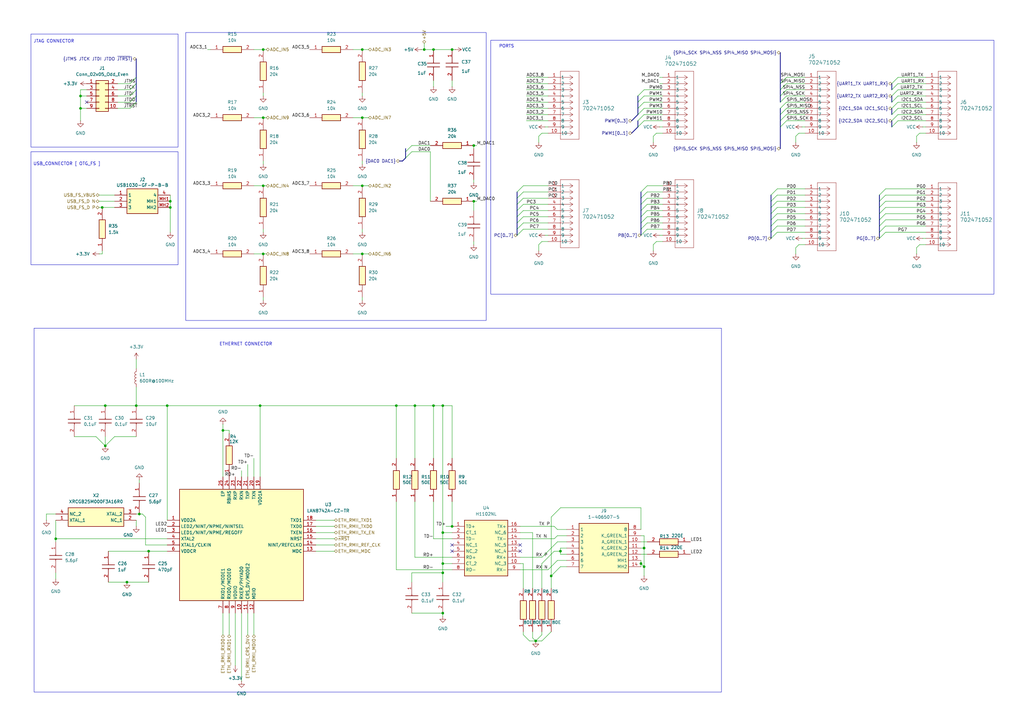
<source format=kicad_sch>
(kicad_sch (version 20250114) (generator "eeschema") (generator_version "9.0")
  (paper "A3")
  (rectangle (start 13.97 134.62) (end 295.91 283.845))
  (rectangle (start 76.2 13.335) (end 199.39 131.445))
  (rectangle (start 12.7 62.23) (end 73.025 108.585))
  (rectangle (start 201.295 16.51) (end 407.67 120.65))
  (rectangle (start 12.7 13.97) (end 73.025 60.325))
  (text "JTAG CONNECTOR" (at 22.098 17.018 0) (effects (font (size 1.27 1.27))))
  (text "USB_CONNECTOR [ OTG_FS ]" (at 27.432 67.31 0) (effects (font (size 1.27 1.27))))
  (text "ETHERNET CONNECTOR" (at 100.838 141.224 0) (effects (font (size 1.27 1.27))))
  (text "PORTS" (at 207.772 19.05 0) (effects (font (size 1.27 1.27))))
  (junction (at 262.89 231.14))
  (junction (at 148.59 20.32))
  (junction (at 185.42 215.9))
  (junction (at 181.61 231.14))
  (junction (at 177.8 20.32))
  (junction (at 69.85 85.09))
  (junction (at 107.95 76.2))
  (junction (at 264.16 232.41))
  (junction (at 194.31 82.55))
  (junction (at 181.61 251.46))
  (junction (at 219.71 262.89))
  (junction (at 33.02 39.37))
  (junction (at 60.96 226.06))
  (junction (at 173.99 20.32))
  (junction (at 148.59 76.2))
  (junction (at 22.86 220.98))
  (junction (at 68.58 166.37))
  (junction (at 194.31 59.69))
  (junction (at 162.56 166.37))
  (junction (at 33.02 44.45))
  (junction (at 170.18 166.37))
  (junction (at 107.95 20.32))
  (junction (at 91.44 176.53))
  (junction (at 229.87 226.06))
  (junction (at 43.18 166.37))
  (junction (at 181.61 166.37))
  (junction (at 177.8 166.37))
  (junction (at 107.95 48.26))
  (junction (at 181.61 218.44))
  (junction (at 148.59 104.14))
  (junction (at 69.85 82.55))
  (junction (at 52.07 238.76))
  (junction (at 264.16 224.79))
  (junction (at 55.88 166.37))
  (junction (at 106.68 166.37))
  (junction (at 107.95 104.14))
  (junction (at 41.91 85.09))
  (junction (at 181.61 234.95))
  (junction (at 57.15 210.82))
  (junction (at 43.18 182.88))
  (junction (at 226.06 236.22))
  (junction (at 148.59 48.26))
  (junction (at 185.42 20.32))
  (no_connect (at 213.36 226.06))
  (no_connect (at 185.42 226.06))
  (no_connect (at 185.42 223.52))
  (no_connect (at 35.56 41.91))
  (no_connect (at 213.36 223.52))
  (bus_entry (at 212.09 86.36) (size 2.54 -2.54))
  (bus_entry (at 262.89 88.9) (size 2.54 -2.54))
  (bus_entry (at 365.76 39.37) (size 2.54 -2.54))
  (bus_entry (at 55.88 41.91) (size -2.54 2.54))
  (bus_entry (at 212.09 78.74) (size 2.54 -2.54))
  (bus_entry (at 365.76 46.99) (size 2.54 -2.54))
  (bus_entry (at 320.04 36.83) (size 2.54 -2.54))
  (bus_entry (at 261.62 49.53) (size 2.54 -2.54))
  (bus_entry (at 316.23 95.25) (size 2.54 -2.54))
  (bus_entry (at 365.76 36.83) (size 2.54 -2.54))
  (bus_entry (at 212.09 91.44) (size 2.54 -2.54))
  (bus_entry (at 320.04 41.91) (size 2.54 -2.54))
  (bus_entry (at 360.68 92.71) (size 2.54 -2.54))
  (bus_entry (at 316.23 92.71) (size 2.54 -2.54))
  (bus_entry (at 365.76 41.91) (size 2.54 -2.54))
  (bus_entry (at 55.88 36.83) (size -2.54 2.54))
  (bus_entry (at 212.09 88.9) (size 2.54 -2.54))
  (bus_entry (at 212.09 96.52) (size 2.54 -2.54))
  (bus_entry (at 262.89 91.44) (size 2.54 -2.54))
  (bus_entry (at 55.88 34.29) (size -2.54 2.54))
  (bus_entry (at 365.76 34.29) (size 2.54 -2.54))
  (bus_entry (at 365.76 44.45) (size 2.54 -2.54))
  (bus_entry (at 360.68 95.25) (size 2.54 -2.54))
  (bus_entry (at 320.04 52.07) (size 2.54 -2.54))
  (bus_entry (at 320.04 44.45) (size 2.54 -2.54))
  (bus_entry (at 261.62 41.91) (size 2.54 -2.54))
  (bus_entry (at 262.89 81.28) (size 2.54 -2.54))
  (bus_entry (at 316.23 82.55) (size 2.54 -2.54))
  (bus_entry (at 360.68 90.17) (size 2.54 -2.54))
  (bus_entry (at 262.89 83.82) (size 2.54 -2.54))
  (bus_entry (at 316.23 85.09) (size 2.54 -2.54))
  (bus_entry (at 360.68 85.09) (size 2.54 -2.54))
  (bus_entry (at 320.04 39.37) (size 2.54 -2.54))
  (bus_entry (at 261.62 46.99) (size 2.54 -2.54))
  (bus_entry (at 360.68 80.01) (size 2.54 -2.54))
  (bus_entry (at 166.37 64.77) (size 2.54 -2.54))
  (bus_entry (at 316.23 90.17) (size 2.54 -2.54))
  (bus_entry (at 261.62 52.07) (size 2.54 -2.54))
  (bus_entry (at 316.23 97.79) (size 2.54 -2.54))
  (bus_entry (at 261.62 44.45) (size 2.54 -2.54))
  (bus_entry (at 262.89 96.52) (size 2.54 -2.54))
  (bus_entry (at 316.23 87.63) (size 2.54 -2.54))
  (bus_entry (at 320.04 49.53) (size 2.54 -2.54))
  (bus_entry (at 261.62 39.37) (size 2.54 -2.54))
  (bus_entry (at 212.09 81.28) (size 2.54 -2.54))
  (bus_entry (at 212.09 93.98) (size 2.54 -2.54))
  (bus_entry (at 55.88 39.37) (size -2.54 2.54))
  (bus_entry (at 360.68 97.79) (size 2.54 -2.54))
  (bus_entry (at 55.88 31.75) (size -2.54 2.54))
  (bus_entry (at 262.89 78.74) (size 2.54 -2.54))
  (bus_entry (at 262.89 93.98) (size 2.54 -2.54))
  (bus_entry (at 262.89 86.36) (size 2.54 -2.54))
  (bus_entry (at 365.76 49.53) (size 2.54 -2.54))
  (bus_entry (at 320.04 46.99) (size 2.54 -2.54))
  (bus_entry (at 166.37 62.23) (size 2.54 -2.54))
  (bus_entry (at 320.04 34.29) (size 2.54 -2.54))
  (bus_entry (at 365.76 52.07) (size 2.54 -2.54))
  (bus_entry (at 360.68 82.55) (size 2.54 -2.54))
  (bus_entry (at 316.23 80.01) (size 2.54 -2.54))
  (bus_entry (at 360.68 87.63) (size 2.54 -2.54))
  (bus_entry (at 212.09 83.82) (size 2.54 -2.54))
  (bus (pts (xy 55.88 39.37) (xy 55.88 41.91)))
  (wire (pts (xy 168.91 251.46) (xy 181.61 251.46)))
  (wire (pts (xy 214.63 76.2) (xy 224.79 76.2)))
  (wire (pts (xy 96.52 251.46) (xy 96.52 273.05)))
  (wire (pts (xy 264.16 232.41) (xy 262.89 231.14)))
  (wire (pts (xy 144.78 104.14) (xy 148.59 104.14)))
  (wire (pts (xy 267.97 102.87) (xy 267.97 100.33)))
  (wire (pts (xy 181.61 231.14) (xy 185.42 231.14)))
  (wire (pts (xy 148.59 76.2) (xy 151.13 76.2)))
  (bus (pts (xy 360.68 87.63) (xy 360.68 85.09)))
  (wire (pts (xy 265.43 78.74) (xy 271.78 78.74)))
  (wire (pts (xy 318.77 92.71) (xy 330.2 92.71)))
  (wire (pts (xy 214.63 81.28) (xy 224.79 81.28)))
  (wire (pts (xy 43.18 179.07) (xy 43.18 182.88)))
  (wire (pts (xy 185.42 205.74) (xy 185.42 215.9)))
  (wire (pts (xy 229.87 226.06) (xy 227.33 226.06)))
  (wire (pts (xy 40.64 104.14) (xy 41.91 104.14)))
  (wire (pts (xy 69.85 85.09) (xy 69.85 95.25)))
  (wire (pts (xy 222.25 99.06) (xy 224.79 99.06)))
  (wire (pts (xy 318.77 87.63) (xy 330.2 87.63)))
  (wire (pts (xy 262.89 219.71) (xy 264.16 219.71)))
  (wire (pts (xy 93.98 176.53) (xy 93.98 177.8)))
  (wire (pts (xy 330.2 39.37) (xy 322.58 39.37)))
  (wire (pts (xy 214.63 78.74) (xy 224.79 78.74)))
  (wire (pts (xy 267.97 100.33) (xy 269.24 99.06)))
  (wire (pts (xy 30.48 179.07) (xy 39.37 179.07)))
  (wire (pts (xy 318.77 95.25) (xy 330.2 95.25)))
  (wire (pts (xy 107.95 95.25) (xy 107.95 93.98)))
  (wire (pts (xy 262.89 222.25) (xy 265.43 222.25)))
  (wire (pts (xy 213.36 233.68) (xy 224.79 233.68)))
  (wire (pts (xy 270.51 31.75) (xy 271.78 31.75)))
  (wire (pts (xy 68.58 166.37) (xy 106.68 166.37)))
  (wire (pts (xy 52.07 238.76) (xy 60.96 238.76)))
  (wire (pts (xy 379.73 82.55) (xy 363.22 82.55)))
  (wire (pts (xy 378.46 52.07) (xy 379.73 52.07)))
  (wire (pts (xy 368.3 44.45) (xy 379.73 44.45)))
  (wire (pts (xy 93.98 251.46) (xy 93.98 260.35)))
  (wire (pts (xy 168.91 234.95) (xy 168.91 238.76)))
  (wire (pts (xy 220.98 100.33) (xy 222.25 99.06)))
  (wire (pts (xy 318.77 85.09) (xy 330.2 85.09)))
  (bus (pts (xy 212.09 88.9) (xy 212.09 91.44)))
  (wire (pts (xy 265.43 93.98) (xy 271.78 93.98)))
  (wire (pts (xy 229.87 224.79) (xy 229.87 226.06)))
  (wire (pts (xy 214.63 88.9) (xy 224.79 88.9)))
  (wire (pts (xy 40.64 80.01) (xy 46.99 80.01)))
  (bus (pts (xy 365.76 39.37) (xy 365.76 41.91)))
  (wire (pts (xy 107.95 39.37) (xy 107.95 38.1)))
  (wire (pts (xy 107.95 104.14) (xy 109.22 104.14)))
  (wire (pts (xy 181.61 166.37) (xy 181.61 218.44)))
  (wire (pts (xy 107.95 20.32) (xy 109.22 20.32)))
  (wire (pts (xy 379.73 80.01) (xy 363.22 80.01)))
  (wire (pts (xy 226.06 236.22) (xy 229.87 232.41)))
  (wire (pts (xy 40.64 85.09) (xy 41.91 85.09)))
  (wire (pts (xy 271.78 41.91) (xy 264.16 41.91)))
  (wire (pts (xy 85.09 20.32) (xy 86.36 20.32)))
  (wire (pts (xy 270.51 96.52) (xy 271.78 96.52)))
  (wire (pts (xy 194.31 82.55) (xy 195.58 82.55)))
  (wire (pts (xy 229.87 208.28) (xy 226.06 212.09)))
  (wire (pts (xy 218.44 259.08) (xy 218.44 261.62)))
  (bus (pts (xy 55.88 34.29) (xy 55.88 36.83)))
  (wire (pts (xy 215.9 46.99) (xy 224.79 46.99)))
  (wire (pts (xy 194.31 86.36) (xy 194.31 82.55)))
  (bus (pts (xy 262.89 93.98) (xy 262.89 96.52)))
  (wire (pts (xy 318.77 82.55) (xy 330.2 82.55)))
  (bus (pts (xy 212.09 78.74) (xy 212.09 81.28)))
  (wire (pts (xy 30.48 166.37) (xy 43.18 166.37)))
  (bus (pts (xy 166.37 64.77) (xy 166.37 62.23)))
  (wire (pts (xy 107.95 67.31) (xy 107.95 66.04)))
  (wire (pts (xy 48.26 39.37) (xy 53.34 39.37)))
  (wire (pts (xy 326.39 55.88) (xy 327.66 54.61)))
  (wire (pts (xy 217.17 262.89) (xy 219.71 262.89)))
  (wire (pts (xy 99.06 251.46) (xy 99.06 279.4)))
  (wire (pts (xy 173.99 17.78) (xy 173.99 20.32)))
  (bus (pts (xy 365.76 34.29) (xy 365.76 36.83)))
  (wire (pts (xy 326.39 58.42) (xy 326.39 55.88)))
  (wire (pts (xy 375.92 55.88) (xy 377.19 54.61)))
  (wire (pts (xy 129.54 218.44) (xy 137.16 218.44)))
  (wire (pts (xy 107.95 76.2) (xy 109.22 76.2)))
  (wire (pts (xy 328.93 52.07) (xy 330.2 52.07)))
  (wire (pts (xy 91.44 173.99) (xy 91.44 176.53)))
  (wire (pts (xy 222.25 262.89) (xy 226.06 259.08)))
  (wire (pts (xy 91.44 176.53) (xy 93.98 176.53)))
  (wire (pts (xy 265.43 76.2) (xy 271.78 76.2)))
  (wire (pts (xy 57.15 196.85) (xy 57.15 198.12)))
  (wire (pts (xy 101.6 190.5) (xy 101.6 195.58)))
  (wire (pts (xy 220.98 102.87) (xy 220.98 100.33)))
  (wire (pts (xy 104.14 187.96) (xy 104.14 195.58)))
  (wire (pts (xy 375.92 58.42) (xy 375.92 55.88)))
  (wire (pts (xy 148.59 123.19) (xy 148.59 121.92)))
  (wire (pts (xy 55.88 210.82) (xy 57.15 210.82)))
  (wire (pts (xy 68.58 166.37) (xy 68.58 213.36)))
  (wire (pts (xy 48.26 41.91) (xy 53.34 41.91)))
  (wire (pts (xy 262.89 229.87) (xy 262.89 231.14)))
  (wire (pts (xy 148.59 95.25) (xy 148.59 93.98)))
  (wire (pts (xy 322.58 49.53) (xy 330.2 49.53)))
  (wire (pts (xy 104.14 20.32) (xy 107.95 20.32)))
  (wire (pts (xy 227.33 226.06) (xy 222.25 231.14)))
  (wire (pts (xy 262.89 231.14) (xy 262.89 232.41)))
  (wire (pts (xy 104.14 48.26) (xy 107.95 48.26)))
  (wire (pts (xy 267.97 58.42) (xy 267.97 55.88)))
  (wire (pts (xy 101.6 251.46) (xy 101.6 260.35)))
  (wire (pts (xy 215.9 49.53) (xy 224.79 49.53)))
  (wire (pts (xy 379.73 90.17) (xy 363.22 90.17)))
  (wire (pts (xy 22.86 220.98) (xy 68.58 220.98)))
  (bus (pts (xy 261.62 44.45) (xy 261.62 41.91)))
  (wire (pts (xy 148.59 39.37) (xy 148.59 38.1)))
  (bus (pts (xy 320.04 49.53) (xy 320.04 52.07)))
  (wire (pts (xy 19.05 210.82) (xy 22.86 210.82)))
  (wire (pts (xy 220.98 58.42) (xy 220.98 55.88)))
  (wire (pts (xy 168.91 234.95) (xy 181.61 234.95)))
  (wire (pts (xy 328.93 97.79) (xy 330.2 97.79)))
  (wire (pts (xy 55.88 158.75) (xy 55.88 166.37)))
  (wire (pts (xy 222.25 259.08) (xy 222.25 260.35)))
  (wire (pts (xy 262.89 208.28) (xy 262.89 217.17)))
  (wire (pts (xy 104.14 104.14) (xy 107.95 104.14)))
  (wire (pts (xy 322.58 41.91) (xy 330.2 41.91)))
  (wire (pts (xy 322.58 46.99) (xy 330.2 46.99)))
  (wire (pts (xy 327.66 100.33) (xy 330.2 100.33)))
  (wire (pts (xy 41.91 85.09) (xy 46.99 85.09)))
  (wire (pts (xy 173.99 20.32) (xy 177.8 20.32)))
  (wire (pts (xy 270.51 34.29) (xy 271.78 34.29)))
  (wire (pts (xy 213.36 231.14) (xy 214.63 231.14)))
  (bus (pts (xy 360.68 90.17) (xy 360.68 87.63)))
  (wire (pts (xy 228.6 229.87) (xy 232.41 229.87)))
  (wire (pts (xy 55.88 147.32) (xy 55.88 151.13)))
  (wire (pts (xy 377.19 100.33) (xy 379.73 100.33)))
  (wire (pts (xy 379.73 77.47) (xy 363.22 77.47)))
  (wire (pts (xy 144.78 48.26) (xy 148.59 48.26)))
  (wire (pts (xy 148.59 104.14) (xy 151.13 104.14)))
  (wire (pts (xy 262.89 208.28) (xy 229.87 208.28)))
  (wire (pts (xy 265.43 83.82) (xy 271.78 83.82)))
  (wire (pts (xy 377.19 54.61) (xy 379.73 54.61)))
  (wire (pts (xy 270.51 52.07) (xy 271.78 52.07)))
  (wire (pts (xy 177.8 205.74) (xy 177.8 220.98)))
  (bus (pts (xy 212.09 81.28) (xy 212.09 83.82)))
  (wire (pts (xy 213.36 215.9) (xy 227.33 215.9)))
  (wire (pts (xy 269.24 99.06) (xy 271.78 99.06)))
  (wire (pts (xy 379.73 85.09) (xy 363.22 85.09)))
  (wire (pts (xy 215.9 31.75) (xy 224.79 31.75)))
  (wire (pts (xy 379.73 92.71) (xy 363.22 92.71)))
  (wire (pts (xy 33.02 39.37) (xy 35.56 39.37)))
  (wire (pts (xy 368.3 49.53) (xy 379.73 49.53)))
  (wire (pts (xy 33.02 36.83) (xy 33.02 39.37)))
  (wire (pts (xy 375.92 101.6) (xy 377.19 100.33)))
  (wire (pts (xy 170.18 228.6) (xy 185.42 228.6)))
  (wire (pts (xy 194.31 60.96) (xy 194.31 59.69)))
  (wire (pts (xy 330.2 34.29) (xy 322.58 34.29)))
  (wire (pts (xy 264.16 219.71) (xy 264.16 224.79)))
  (wire (pts (xy 265.43 86.36) (xy 271.78 86.36)))
  (wire (pts (xy 107.95 48.26) (xy 109.22 48.26)))
  (wire (pts (xy 22.86 237.49) (xy 22.86 234.95)))
  (bus (pts (xy 360.68 97.79) (xy 360.68 95.25)))
  (bus (pts (xy 316.23 90.17) (xy 316.23 92.71)))
  (wire (pts (xy 55.88 213.36) (xy 55.88 215.9)))
  (wire (pts (xy 232.41 232.41) (xy 229.87 232.41)))
  (wire (pts (xy 162.56 233.68) (xy 185.42 233.68)))
  (wire (pts (xy 375.92 104.14) (xy 375.92 101.6)))
  (wire (pts (xy 330.2 31.75) (xy 322.58 31.75)))
  (wire (pts (xy 44.45 226.06) (xy 60.96 226.06)))
  (bus (pts (xy 262.89 83.82) (xy 262.89 86.36)))
  (wire (pts (xy 213.36 228.6) (xy 222.25 228.6)))
  (wire (pts (xy 129.54 215.9) (xy 137.16 215.9)))
  (bus (pts (xy 316.23 92.71) (xy 316.23 95.25)))
  (wire (pts (xy 269.24 54.61) (xy 271.78 54.61)))
  (wire (pts (xy 228.6 217.17) (xy 232.41 217.17)))
  (wire (pts (xy 129.54 226.06) (xy 137.16 226.06)))
  (wire (pts (xy 177.8 166.37) (xy 177.8 187.96)))
  (wire (pts (xy 106.68 166.37) (xy 106.68 195.58)))
  (wire (pts (xy 176.53 59.69) (xy 168.91 59.69)))
  (wire (pts (xy 264.16 36.83) (xy 271.78 36.83)))
  (wire (pts (xy 222.25 231.14) (xy 222.25 241.3)))
  (wire (pts (xy 229.87 227.33) (xy 232.41 227.33)))
  (wire (pts (xy 44.45 238.76) (xy 52.07 238.76)))
  (wire (pts (xy 264.16 46.99) (xy 271.78 46.99)))
  (bus (pts (xy 261.62 46.99) (xy 261.62 44.45)))
  (bus (pts (xy 320.04 39.37) (xy 320.04 36.83)))
  (wire (pts (xy 176.53 62.23) (xy 176.53 82.55)))
  (wire (pts (xy 59.69 223.52) (xy 68.58 223.52)))
  (bus (pts (xy 262.89 91.44) (xy 262.89 93.98)))
  (wire (pts (xy 227.33 215.9) (xy 228.6 217.17)))
  (wire (pts (xy 69.85 82.55) (xy 69.85 85.09)))
  (bus (pts (xy 360.68 95.25) (xy 360.68 92.71)))
  (bus (pts (xy 360.68 85.09) (xy 360.68 82.55)))
  (wire (pts (xy 55.88 179.07) (xy 46.99 179.07)))
  (wire (pts (xy 265.43 91.44) (xy 271.78 91.44)))
  (bus (pts (xy 320.04 44.45) (xy 320.04 46.99)))
  (wire (pts (xy 69.85 80.01) (xy 69.85 82.55)))
  (wire (pts (xy 379.73 95.25) (xy 363.22 95.25)))
  (bus (pts (xy 262.89 78.74) (xy 262.89 81.28)))
  (bus (pts (xy 365.76 49.53) (xy 365.76 52.07)))
  (bus (pts (xy 212.09 86.36) (xy 212.09 88.9)))
  (wire (pts (xy 33.02 44.45) (xy 35.56 44.45)))
  (wire (pts (xy 318.77 80.01) (xy 330.2 80.01)))
  (wire (pts (xy 185.42 166.37) (xy 185.42 187.96)))
  (wire (pts (xy 215.9 41.91) (xy 224.79 41.91)))
  (bus (pts (xy 320.04 41.91) (xy 320.04 39.37)))
  (wire (pts (xy 226.06 236.22) (xy 226.06 241.3)))
  (wire (pts (xy 182.88 215.9) (xy 185.42 215.9)))
  (wire (pts (xy 177.8 220.98) (xy 185.42 220.98)))
  (wire (pts (xy 185.42 33.02) (xy 185.42 35.56)))
  (wire (pts (xy 264.16 236.22) (xy 264.16 232.41)))
  (wire (pts (xy 215.9 44.45) (xy 224.79 44.45)))
  (wire (pts (xy 368.3 46.99) (xy 379.73 46.99)))
  (wire (pts (xy 91.44 176.53) (xy 91.44 195.58)))
  (wire (pts (xy 48.26 44.45) (xy 53.34 44.45)))
  (wire (pts (xy 368.3 34.29) (xy 379.73 34.29)))
  (wire (pts (xy 59.69 223.52) (xy 59.69 212.09)))
  (wire (pts (xy 214.63 93.98) (xy 224.79 93.98)))
  (wire (pts (xy 48.26 36.83) (xy 53.34 36.83)))
  (wire (pts (xy 104.14 76.2) (xy 107.95 76.2)))
  (wire (pts (xy 326.39 101.6) (xy 327.66 100.33)))
  (wire (pts (xy 170.18 166.37) (xy 177.8 166.37)))
  (wire (pts (xy 177.8 166.37) (xy 181.61 166.37)))
  (wire (pts (xy 227.33 220.98) (xy 228.6 219.71)))
  (bus (pts (xy 320.04 46.99) (xy 320.04 49.53)))
  (wire (pts (xy 215.9 39.37) (xy 224.79 39.37)))
  (wire (pts (xy 271.78 44.45) (xy 264.16 44.45)))
  (bus (pts (xy 259.08 54.61) (xy 261.62 52.07)))
  (bus (pts (xy 360.68 92.71) (xy 360.68 90.17)))
  (wire (pts (xy 264.16 224.79) (xy 264.16 232.41)))
  (wire (pts (xy 91.44 251.46) (xy 91.44 260.35)))
  (wire (pts (xy 33.02 39.37) (xy 33.02 44.45)))
  (bus (pts (xy 55.88 24.13) (xy 55.88 31.75)))
  (bus (pts (xy 261.62 49.53) (xy 261.62 52.07)))
  (wire (pts (xy 322.58 44.45) (xy 330.2 44.45)))
  (wire (pts (xy 368.3 31.75) (xy 379.73 31.75)))
  (bus (pts (xy 259.08 49.53) (xy 261.62 46.99)))
  (wire (pts (xy 214.63 259.08) (xy 214.63 260.35)))
  (wire (pts (xy 148.59 20.32) (xy 151.13 20.32)))
  (wire (pts (xy 107.95 123.19) (xy 107.95 121.92)))
  (wire (pts (xy 57.15 210.82) (xy 58.42 210.82)))
  (wire (pts (xy 218.44 218.44) (xy 218.44 241.3)))
  (wire (pts (xy 48.26 34.29) (xy 53.34 34.29)))
  (wire (pts (xy 129.54 223.52) (xy 137.16 223.52)))
  (wire (pts (xy 162.56 166.37) (xy 170.18 166.37)))
  (wire (pts (xy 181.61 252.73) (xy 181.61 251.46)))
  (wire (pts (xy 267.97 55.88) (xy 269.24 54.61)))
  (wire (pts (xy 214.63 83.82) (xy 224.79 83.82)))
  (wire (pts (xy 224.79 233.68) (xy 228.6 229.87)))
  (wire (pts (xy 148.59 48.26) (xy 151.13 48.26)))
  (wire (pts (xy 40.64 82.55) (xy 46.99 82.55)))
  (bus (pts (xy 316.23 85.09) (xy 316.23 87.63)))
  (wire (pts (xy 170.18 166.37) (xy 170.18 187.96)))
  (wire (pts (xy 177.8 20.32) (xy 185.42 20.32)))
  (wire (pts (xy 19.05 210.82) (xy 19.05 213.36)))
  (bus (pts (xy 316.23 80.01) (xy 316.23 82.55)))
  (wire (pts (xy 222.25 54.61) (xy 224.79 54.61)))
  (wire (pts (xy 226.06 212.09) (xy 226.06 236.22)))
  (bus (pts (xy 163.83 66.04) (xy 165.1 66.04)))
  (wire (pts (xy 148.59 67.31) (xy 148.59 66.04)))
  (bus (pts (xy 261.62 41.91) (xy 261.62 39.37)))
  (wire (pts (xy 144.78 20.32) (xy 148.59 20.32)))
  (wire (pts (xy 181.61 218.44) (xy 185.42 218.44)))
  (bus (pts (xy 360.68 82.55) (xy 360.68 80.01)))
  (wire (pts (xy 214.63 86.36) (xy 224.79 86.36)))
  (wire (pts (xy 214.63 91.44) (xy 224.79 91.44)))
  (wire (pts (xy 213.36 218.44) (xy 218.44 218.44)))
  (wire (pts (xy 22.86 213.36) (xy 22.86 220.98)))
  (wire (pts (xy 43.18 166.37) (xy 55.88 166.37)))
  (bus (pts (xy 320.04 21.59) (xy 320.04 34.29)))
  (bus (pts (xy 55.88 36.83) (xy 55.88 39.37)))
  (wire (pts (xy 33.02 44.45) (xy 33.02 49.53)))
  (wire (pts (xy 318.77 77.47) (xy 330.2 77.47)))
  (wire (pts (xy 326.39 104.14) (xy 326.39 101.6)))
  (wire (pts (xy 220.98 55.88) (xy 222.25 54.61)))
  (wire (pts (xy 214.63 260.35) (xy 217.17 262.89)))
  (wire (pts (xy 181.61 166.37) (xy 185.42 166.37)))
  (wire (pts (xy 176.53 62.23) (xy 168.91 62.23)))
  (wire (pts (xy 265.43 88.9) (xy 271.78 88.9)))
  (wire (pts (xy 262.89 224.79) (xy 264.16 224.79)))
  (wire (pts (xy 41.91 102.87) (xy 41.91 104.14)))
  (bus (pts (xy 212.09 91.44) (xy 212.09 93.98)))
  (wire (pts (xy 368.3 39.37) (xy 379.73 39.37)))
  (wire (pts (xy 194.31 59.69) (xy 195.58 59.69)))
  (bus (pts (xy 320.04 52.07) (xy 320.04 60.96)))
  (wire (pts (xy 185.42 20.32) (xy 186.69 20.32)))
  (wire (pts (xy 104.14 251.46) (xy 104.14 260.35)))
  (wire (pts (xy 162.56 166.37) (xy 162.56 187.96)))
  (wire (pts (xy 228.6 219.71) (xy 232.41 219.71)))
  (bus (pts (xy 165.1 66.04) (xy 166.37 64.77)))
  (wire (pts (xy 218.44 261.62) (xy 219.71 262.89)))
  (wire (pts (xy 223.52 52.07) (xy 224.79 52.07)))
  (wire (pts (xy 170.18 205.74) (xy 170.18 228.6)))
  (wire (pts (xy 222.25 260.35) (xy 219.71 262.89)))
  (wire (pts (xy 213.36 220.98) (xy 227.33 220.98)))
  (wire (pts (xy 194.31 73.66) (xy 194.31 74.93)))
  (wire (pts (xy 129.54 213.36) (xy 137.16 213.36)))
  (wire (pts (xy 181.61 231.14) (xy 181.61 234.95)))
  (bus (pts (xy 262.89 88.9) (xy 262.89 91.44)))
  (wire (pts (xy 46.99 179.07) (xy 43.18 182.88)))
  (wire (pts (xy 162.56 205.74) (xy 162.56 233.68)))
  (wire (pts (xy 214.63 231.14) (xy 214.63 241.3)))
  (wire (pts (xy 39.37 179.07) (xy 43.18 182.88)))
  (wire (pts (xy 228.6 222.25) (xy 232.41 222.25)))
  (bus (pts (xy 262.89 81.28) (xy 262.89 83.82)))
  (wire (pts (xy 59.69 212.09) (xy 58.42 210.82)))
  (bus (pts (xy 320.04 36.83) (xy 320.04 34.29)))
  (wire (pts (xy 181.61 218.44) (xy 181.61 231.14)))
  (wire (pts (xy 99.06 193.04) (xy 99.06 195.58)))
  (wire (pts (xy 181.61 234.95) (xy 181.61 238.76)))
  (wire (pts (xy 215.9 34.29) (xy 224.79 34.29)))
  (wire (pts (xy 194.31 99.06) (xy 194.31 100.33)))
  (bus (pts (xy 316.23 87.63) (xy 316.23 90.17)))
  (bus (pts (xy 212.09 93.98) (xy 212.09 96.52)))
  (bus (pts (xy 316.23 82.55) (xy 316.23 85.09)))
  (wire (pts (xy 129.54 220.98) (xy 137.16 220.98)))
  (wire (pts (xy 271.78 39.37) (xy 264.16 39.37)))
  (wire (pts (xy 222.25 228.6) (xy 228.6 222.25)))
  (wire (pts (xy 327.66 54.61) (xy 330.2 54.61)))
  (wire (pts (xy 219.71 262.89) (xy 222.25 262.89)))
  (bus (pts (xy 212.09 83.82) (xy 212.09 86.36)))
  (wire (pts (xy 378.46 97.79) (xy 379.73 97.79)))
  (wire (pts (xy 229.87 224.79) (xy 232.41 224.79)))
  (wire (pts (xy 330.2 36.83) (xy 322.58 36.83)))
  (wire (pts (xy 379.73 87.63) (xy 363.22 87.63)))
  (wire (pts (xy 318.77 90.17) (xy 330.2 90.17)))
  (bus (pts (xy 262.89 86.36) (xy 262.89 88.9)))
  (wire (pts (xy 55.88 166.37) (xy 68.58 166.37)))
  (bus (pts (xy 316.23 95.25) (xy 316.23 97.79)))
  (wire (pts (xy 223.52 96.52) (xy 224.79 96.52)))
  (wire (pts (xy 264.16 49.53) (xy 271.78 49.53)))
  (wire (pts (xy 144.78 76.2) (xy 148.59 76.2)))
  (wire (pts (xy 22.86 220.98) (xy 22.86 222.25)))
  (wire (pts (xy 368.3 36.83) (xy 379.73 36.83)))
  (wire (pts (xy 368.3 41.91) (xy 379.73 41.91)))
  (wire (pts (xy 177.8 33.02) (xy 177.8 35.56)))
  (wire (pts (xy 262.89 227.33) (xy 265.43 227.33)))
  (wire (pts (xy 172.72 20.32) (xy 173.99 20.32)))
  (wire (pts (xy 60.96 226.06) (xy 68.58 226.06)))
  (bus (pts (xy 365.76 44.45) (xy 365.76 46.99)))
  (wire (pts (xy 215.9 36.83) (xy 224.79 36.83)))
  (wire (pts (xy 106.68 166.37) (xy 162.56 166.37)))
  (bus (pts (xy 55.88 31.75) (xy 55.88 34.29)))
  (wire (pts (xy 33.02 36.83) (xy 35.56 36.83)))
  (wire (pts (xy 229.87 226.06) (xy 229.87 227.33)))
  (wire (pts (xy 265.43 81.28) (xy 271.78 81.28)))
  (bus (pts (xy 166.37 62.23) (xy 166.37 60.96)))
  (label "PB4" (at 266.7 86.36 0))
  (label "PC0" (at 224.79 76.2 0))
  (label "M_DAC0" (at 195.58 82.55 0))
  (label "PWM1" (at 271.78 39.37 180))
  (label "PB1" (at 271.78 78.74 0))
  (label "ADC3_1" (at 215.9 49.53 0))
  (label "JTCK" (at 50.8 36.83 0))
  (label "PG1" (at 379.73 80.01 180))
  (label "TX N" (at 219.71 220.98 0))
  (label "TX P" (at 220.98 215.9 0))
  (label "RX N" (at 219.71 233.68 0))
  (label "RX P" (at 219.71 228.6 0))
  (label "UART2_RX" (at 378.46 39.37 180))
  (label "ADC3_5" (at 215.9 39.37 0))
  (label "ADC3_1" (at 85.09 20.32 180))
  (label "PG3" (at 379.73 85.09 180))
  (label "PC2" (at 224.79 81.28 0))
  (label "ADC3_8" (at 215.9 31.75 0))
  (label "ADC3_5" (at 127 20.32 180))
  (label "PD2" (at 322.58 82.55 0))
  (label "PWM2" (at 271.78 41.91 180))
  (label "PG5" (at 379.73 90.17 180))
  (label "ADC3_6" (at 127 48.26 180))
  (label "PD1" (at 322.58 80.01 0))
  (label "PB6" (at 266.7 91.44 0))
  (label "PD6" (at 322.58 92.71 0))
  (label "UART1_RX" (at 369.57 34.29 0))
  (label "ADC3_4" (at 215.9 41.91 0))
  (label "PD4" (at 322.58 87.63 0))
  (label "DAC0" (at 176.53 62.23 180))
  (label "PC3" (at 215.9 83.82 0))
  (label "LED1" (at 68.58 218.44 180))
  (label "LED2" (at 68.58 215.9 180))
  (label "I2C1_SCL" (at 369.57 44.45 0))
  (label "PG0" (at 379.73 77.47 180))
  (label "ADC3_4" (at 86.36 104.14 180))
  (label "PD3" (at 322.58 85.09 0))
  (label "SPI4_MISO" (at 330.2 34.29 180))
  (label "I2C1_SDA" (at 369.57 41.91 0))
  (label "JTMS" (at 50.8 34.29 0))
  (label "SPI4_NSS" (at 330.2 36.83 180))
  (label "PWM10" (at 271.78 46.99 180))
  (label "PC4" (at 217.17 86.36 0))
  (label "ADC3_7" (at 127 76.2 180))
  (label "PD0" (at 322.58 77.47 0))
  (label "M_DAC0" (at 270.51 31.75 180))
  (label "PD5" (at 322.58 90.17 0))
  (label "PG6" (at 379.73 92.71 180))
  (label "LED1" (at 283.21 222.25 0))
  (label "ADC3_7" (at 215.9 34.29 0))
  (label "PB3" (at 266.7 83.82 0))
  (label "RD-" (at 99.06 193.04 180))
  (label "I2C2_SDA" (at 369.57 46.99 0))
  (label "PC5" (at 217.17 88.9 0))
  (label "M_DAC1" (at 270.51 34.29 180))
  (label "DAC1" (at 176.53 59.69 180))
  (label "SPI4_MOSI" (at 330.2 31.75 180))
  (label "PC6" (at 217.17 91.44 0))
  (label "PB5" (at 266.7 88.9 0))
  (label "JTDO" (at 50.8 41.91 0))
  (label "TD+" (at 101.6 190.5 180))
  (label "PC1" (at 224.79 78.74 0))
  (label "ADC3_2" (at 215.9 46.99 0))
  (label "~{JTRST}" (at 50.8 44.45 0))
  (label "JTDI" (at 50.8 39.37 0))
  (label "ADC3_6" (at 215.9 36.83 0))
  (label "M_DAC1" (at 195.58 59.69 0))
  (label "PB7" (at 266.7 93.98 0))
  (label "PWM0" (at 271.78 36.83 180))
  (label "RD-" (at 177.8 233.68 180))
  (label "RD+" (at 177.8 228.6 180))
  (label "TD-" (at 177.8 220.98 180))
  (label "TD+" (at 182.88 215.9 180))
  (label "SPI5_MOSI" (at 322.58 41.91 0))
  (label "PWM3" (at 271.78 44.45 180))
  (label "SPI5_MISO" (at 322.58 44.45 0))
  (label "PD7" (at 322.58 95.25 0))
  (label "TD-" (at 104.14 187.96 180))
  (label "PG4" (at 379.73 87.63 180))
  (label "SPI4_SCK" (at 330.2 39.37 180))
  (label "PWM11" (at 271.78 49.53 180))
  (label "SPI5_SCK" (at 322.58 49.53 0))
  (label "UART1_TX" (at 369.57 31.75 0))
  (label "SPI5_NSS" (at 322.58 46.99 0))
  (label "LED2" (at 283.21 227.33 0))
  (label "UART2_TX" (at 378.46 36.83 180))
  (label "PG2" (at 379.73 82.55 180))
  (label "ADC3_3" (at 86.36 76.2 180))
  (label "RD+" (at 96.52 195.58 180))
  (label "I2C2_SCL" (at 369.57 49.53 0))
  (label "PC7" (at 217.17 93.98 0))
  (label "ADC3_8" (at 127 104.14 180))
  (label "PG7" (at 372.11 95.25 180))
  (label "ADC3_3" (at 215.9 44.45 0))
  (label "PB2" (at 266.7 81.28 0))
  (label "ADC3_2" (at 86.36 48.26 180))
  (label "PB0" (at 271.78 76.2 0))
  (hierarchical_label "USB_FS_VBUS" (shape bidirectional) (at 40.64 80.01 180))
  (hierarchical_label "{UART2_TX UART2_RX}" (shape bidirectional) (at 365.76 39.37 180))
  (hierarchical_label "{I2C2_SDA I2C2_SCL}" (shape bidirectional) (at 365.76 49.53 180))
  (hierarchical_label "{I2C1_SDA I2C1_SCL}" (shape bidirectional) (at 365.76 44.45 180))
  (hierarchical_label "ETH_RMII_RXD0" (shape bidirectional) (at 91.44 260.35 270))
  (hierarchical_label "PC[0..7]" (shape bidirectional) (at 212.09 96.52 180))
  (hierarchical_label "{DAC0 DAC1}" (shape bidirectional) (at 163.83 66.04 180))
  (hierarchical_label "ETH_RMII_TXD0" (shape bidirectional) (at 137.16 215.9 0))
  (hierarchical_label "+5V" (shape bidirectional) (at 173.99 17.78 90))
  (hierarchical_label "PD[0..7]" (shape bidirectional) (at 316.23 97.79 180))
  (hierarchical_label "PWM1[0..1]" (shape bidirectional) (at 259.08 54.61 180))
  (hierarchical_label "ETH_RMII_MDC" (shape bidirectional) (at 137.16 226.06 0))
  (hierarchical_label "PG[0..7]" (shape bidirectional) (at 360.68 97.79 180))
  (hierarchical_label "ETH_RMII_REF_CLK" (shape bidirectional) (at 137.16 223.52 0))
  (hierarchical_label "ADC_IN5" (shape bidirectional) (at 109.22 20.32 0))
  (hierarchical_label "ADC_IN9" (shape bidirectional) (at 109.22 48.26 0))
  (hierarchical_label "ADC_IN7" (shape bidirectional) (at 151.13 48.26 0))
  (hierarchical_label "ADC_IN3" (shape bidirectional) (at 151.13 20.32 0))
  (hierarchical_label "ADC_IN2" (shape bidirectional) (at 151.13 76.2 0))
  (hierarchical_label "ADC_IN4" (shape bidirectional) (at 109.22 76.2 0))
  (hierarchical_label "ADC_IN8" (shape bidirectional) (at 109.22 104.14 0))
  (hierarchical_label "ADC_IN6" (shape bidirectional) (at 151.13 104.14 0))
  (hierarchical_label "PB[0..7]" (shape bidirectional) (at 262.89 96.52 180))
  (hierarchical_label "~{nRST}" (shape bidirectional) (at 137.16 220.98 0))
  (hierarchical_label "PWM[0..3]" (shape bidirectional) (at 259.08 49.53 180))
  (hierarchical_label "ETH_RMII_MDIO" (shape bidirectional) (at 104.14 260.35 270))
  (hierarchical_label "{SPI5_SCK SPI5_NSS SPI5_MISO SPI5_MOSI}" (shape bidirectional) (at 320.04 60.96 180))
  (hierarchical_label "USB_FS_D P" (shape bidirectional) (at 40.64 85.09 180))
  (hierarchical_label "ETH_RMII_CRS_DV" (shape bidirectional) (at 101.6 260.35 270))
  (hierarchical_label "{UART1_TX UART1_RX}" (shape bidirectional) (at 365.76 34.29 180))
  (hierarchical_label "{SPI4_SCK SPI4_NSS SPI4_MISO SPI4_MOSI}" (shape bidirectional) (at 320.04 21.59 180))
  (hierarchical_label "ETH_RMII_TXD1" (shape bidirectional) (at 137.16 213.36 0))
  (hierarchical_label "{JTMS JTCK JTDI JTDO ~{JTRST}}" (shape bidirectional) (at 55.88 24.13 180))
  (hierarchical_label "ETH_RMII_RXD1" (shape bidirectional) (at 93.98 260.35 270))
  (hierarchical_label "ETH_RMII_TX_EN" (shape bidirectional) (at 137.16 218.44 0))
  (hierarchical_label "USB_FS_D N" (shape bidirectional) (at 40.64 82.55 180))
  (symbol (lib_id "power:VCC") (at 378.46 97.79 90) (unit 1)
    (property "Reference" "#PWR069" (effects (hide yes)))
    (property "Value" "VCC" (at 375.666 97.79 90) (effects (justify left)))
    (property "Description" "Power symbol creates a global label with name \"VCC\"" (effects (hide yes)))
  )
  (symbol (lib_id "Murata:GRM188R72A104KA35D") (at 30.48 166.37 270) (unit 1)
    (property "Reference" "C31" (at 34.29 171.4499 90) (effects (justify left)))
    (property "Value" "0.1uF" (at 34.29 173.9899 90) (effects (justify left)))
    (property "Footprint" "Murata:GRM18x" (effects (hide yes)))
    (property "Datasheet" "https://search.murata.co.jp/Ceramy/image/img/A01X/G101/ENG/GRM188R72A104KA35-01A.pdf" (effects (hide yes)))
    (property "Description" "MLCC, 0603" (effects (hide yes)))
    (property "Height" "0.9" (effects (hide yes)))
    (property "Mouser Part Number" "81-GRM188R72A104KA35" (effects (hide yes)))
    (property "Mouser Price/Stock" "https://www.mouser.co.uk/ProductDetail/Murata-Electronics/GRM188R72A104KA35D?qs=P%252BBA3F6RM%2F5aaC9LFKRzYw%3D%3D" (effects (hide yes)))
    (property "Manufacturer_Name" "Murata Electronics" (effects (hide yes)))
    (property "Manufacturer_Part_Number" "GRM188R72A104KA35D" (effects (hide yes)))
  )
  (symbol (lib_id "Molex:702471052") (at 224.79 31.75 0) (unit 1)
    (property "Reference" "J3" (at 238.76 41.9099 0) (effects (font (size 1.524 1.524)) (justify left)))
    (property "Value" "702471052" (at 238.76 44.4499 0) (effects (font (size 1.524 1.524)) (justify left)))
    (property "Footprint" "Molex:CONN_7024710xx_MOL" (effects (hide yes)))
    (property "Datasheet" "https://www.molex.com/en-us/products/part-detail-pdf/702471052?display=pdf" (effects (hide yes)))
    (property "Description" "02x05 FRC Connector Male Right Angled" (effects (hide yes)))
  )
  (symbol (lib_id "Murata:PRF18BC471QB5RB") (at 127 104.14 0) (unit 1)
    (property "Reference" "R26" (at 135.89 97.79 0))
    (property "Value" "10k" (at 135.89 100.33 0))
    (property "Footprint" "Murata:RESC1608X95N" (effects (hide yes)))
    (property "Datasheet" "https://componentsearchengine.com/Datasheets/1/PRF18BC471QB5RB.pdf" (effects (hide yes)))
    (property "Description" "Murata 0E 0603 SMD Resistor, 1.6 x 0.8 x 0.8mm" (effects (hide yes)))
    (property "Height" "0.95" (effects (hide yes)))
    (property "Mouser Part Number" "81-PRF18BC471QB5RB" (effects (hide yes)))
    (property "Mouser Price/Stock" "https://www.mouser.com/Search/Refine.aspx?Keyword=81-PRF18BC471QB5RB" (effects (hide yes)))
    (property "Manufacturer_Name" "Murata Electronics" (effects (hide yes)))
    (property "Manufacturer_Part_Number" "PRF18BC471QB5RB" (effects (hide yes)))
  )
  (symbol (lib_id "Molex:702471052") (at 330.2 31.75 0) (unit 1)
    (property "Reference" "J5" (at 331.47 23.114 0) (effects (font (size 1.524 1.524)) (justify left)))
    (property "Value" "702471052" (at 331.47 25.654 0) (effects (font (size 1.524 1.524)) (justify left)))
    (property "Footprint" "Molex:CONN_7024710xx_MOL" (effects (hide yes)))
    (property "Datasheet" "https://www.molex.com/en-us/products/part-detail-pdf/702471052?display=pdf" (effects (hide yes)))
    (property "Description" "02x05 FRC Connector Male Right Angled" (effects (hide yes)))
  )
  (symbol (lib_id "Murata:PRF18BC471QB5RB") (at 107.95 38.1 90) (unit 1)
    (property "Reference" "R16" (at 110.49 27.9399 90) (effects (justify right)))
    (property "Value" "20k" (at 110.49 30.4799 90) (effects (justify right)))
    (property "Footprint" "Murata:RESC1608X95N" (effects (hide yes)))
    (property "Datasheet" "https://componentsearchengine.com/Datasheets/1/PRF18BC471QB5RB.pdf" (effects (hide yes)))
    (property "Description" "Murata 0E 0603 SMD Resistor, 1.6 x 0.8 x 0.8mm" (effects (hide yes)))
    (property "Height" "0.95" (effects (hide yes)))
    (property "Mouser Part Number" "81-PRF18BC471QB5RB" (effects (hide yes)))
    (property "Mouser Price/Stock" "https://www.mouser.com/Search/Refine.aspx?Keyword=81-PRF18BC471QB5RB" (effects (hide yes)))
    (property "Manufacturer_Name" "Murata Electronics" (effects (hide yes)))
    (property "Manufacturer_Part_Number" "PRF18BC471QB5RB" (effects (hide yes)))
  )
  (symbol (lib_id "power:GND") (at 148.59 123.19 0) (unit 1)
    (property "Reference" "#PWR083" (effects (hide yes)))
    (property "Value" "GND" (at 148.59 128.27 0))
    (property "Description" "Power symbol creates a global label with name \"GND\" , ground" (effects (hide yes)))
  )
  (symbol (lib_id "Murata:PRF18BC471QB5RB") (at 93.98 195.58 90) (unit 1)
    (property "Reference" "R4" (at 94.234 179.07 90) (effects (justify right)))
    (property "Value" "12K" (at 93.98 181.102 90) (effects (justify right)))
    (property "Footprint" "Murata:RESC1608X95N" (effects (hide yes)))
    (property "Datasheet" "https://componentsearchengine.com/Datasheets/1/PRF18BC471QB5RB.pdf" (effects (hide yes)))
    (property "Description" "Murata 0E 0603 SMD RESISTOR , 1.6 x 0.8 x 0.8mm" (effects (hide yes)))
    (property "Height" "0.95" (effects (hide yes)))
    (property "Mouser Part Number" "81-PRF18BC471QB5RB" (effects (hide yes)))
    (property "Mouser Price/Stock" "https://www.mouser.com/Search/Refine.aspx?Keyword=81-PRF18BC471QB5RB" (effects (hide yes)))
    (property "Manufacturer_Name" "Murata Electronics" (effects (hide yes)))
    (property "Manufacturer_Part_Number" "PRF18BC471QB5RB" (effects (hide yes)))
  )
  (symbol (lib_id "power:GND") (at 267.97 102.87 0) (unit 1)
    (property "Reference" "#PWR064" (effects (hide yes)))
    (property "Value" "GND" (at 267.97 107.95 0))
    (property "Description" "Power symbol creates a global label with name \"GND\" , ground" (effects (hide yes)))
  )
  (symbol (lib_id "Murata:XRCGB25M000F3A16R0") (at 22.86 210.82 0) (unit 1)
    (property "Reference" "X2" (at 39.37 203.2 0))
    (property "Value" "XRCGB25M000F3A16R0" (at 39.37 205.74 0))
    (property "Footprint" "Murata:XRCGB" (effects (hide yes)))
    (property "Datasheet" "https://www.murata.com/products/productdata/8808715354142/SPEC-XRCGB25M000F3A16R0.pdf" (effects (hide yes)))
    (property "Description" "Crystal, 25 MHz, SMD, 2mm x 1.6mm, 35 ppm, 10 pF, 30 ppm, XRCGB Series" (effects (hide yes)))
    (property "Height" "0.7" (effects (hide yes)))
    (property "Mouser Part Number" "81-XRCGB25M000F3A16R" (effects (hide yes)))
    (property "Mouser Price/Stock" "https://www.mouser.co.uk/ProductDetail/Murata-Electronics/XRCGB25M000F3A16R0?qs=hd1VzrDQEGi4BeUNSMjYYg%3D%3D" (effects (hide yes)))
    (property "Manufacturer_Name" "Murata Electronics" (effects (hide yes)))
    (property "Manufacturer_Part_Number" "XRCGB25M000F3A16R0" (effects (hide yes)))
  )
  (symbol (lib_id "power:GND") (at 91.44 173.99 180) (unit 1)
    (property "Reference" "#PWR051" (effects (hide yes)))
    (property "Value" "GND" (at 91.44 168.91 0))
    (property "Description" "Power symbol creates a global label with name \"GND\" , ground" (effects (hide yes)))
  )
  (symbol (lib_id "power:GND") (at 69.85 95.25 0) (unit 1)
    (property "Reference" "#PWR042" (effects (hide yes)))
    (property "Value" "GND" (at 69.85 100.33 0))
    (property "Description" "Power symbol creates a global label with name \"GND\" , ground" (effects (hide yes)))
  )
  (symbol (lib_id "Murata:GRM188R72A104KA35D") (at 177.8 20.32 270) (unit 1)
    (property "Reference" "C35" (at 171.196 26.1619 90) (effects (justify left)))
    (property "Value" "1uF" (at 171.196 29.972 90) (effects (justify left)))
    (property "Footprint" "Murata:GRM18x" (effects (hide yes)))
    (property "Datasheet" "https://search.murata.co.jp/Ceramy/image/img/A01X/G101/ENG/GRM188R72A104KA35-01A.pdf" (effects (hide yes)))
    (property "Description" "MLCC, 0603" (effects (hide yes)))
    (property "Height" "0.9" (effects (hide yes)))
    (property "Mouser Part Number" "81-GRM188R72A104KA35" (effects (hide yes)))
    (property "Mouser Price/Stock" "https://www.mouser.co.uk/ProductDetail/Murata-Electronics/GRM188R72A104KA35D?qs=P%252BBA3F6RM%2F5aaC9LFKRzYw%3D%3D" (effects (hide yes)))
    (property "Manufacturer_Name" "Murata Electronics" (effects (hide yes)))
    (property "Manufacturer_Part_Number" "GRM188R72A104KA35D" (effects (hide yes)))
  )
  (symbol (lib_id "Molex:702471052") (at 330.2 77.47 0) (unit 1)
    (property "Reference" "J10" (at 344.17 87.6299 0) (effects (font (size 1.524 1.524)) (justify left)))
    (property "Value" "702471052" (at 344.17 90.1699 0) (effects (font (size 1.524 1.524)) (justify left)))
    (property "Footprint" "Molex:CONN_7024710xx_MOL" (effects (hide yes)))
    (property "Datasheet" "https://www.molex.com/en-us/products/part-detail-pdf/702471052?display=pdf" (effects (hide yes)))
    (property "Description" "02x05 FRC Connector Male Right Angled" (effects (hide yes)))
  )
  (symbol (lib_id "power:+3.3V") (at 172.72 20.32 90) (unit 1)
    (property "Reference" "#PWR087" (effects (hide yes)))
    (property "Value" "+5V" (at 169.672 20.32 90) (effects (justify left)))
    (property "Description" "Power symbol creates a global label with name \"+3.3V\"" (effects (hide yes)))
  )
  (symbol (lib_id "Murata:PRF18BC471QB5RB") (at 177.8 205.74 90) (unit 1)
    (property "Reference" "R10" (at 180.34 195.5799 90) (effects (justify right)))
    (property "Value" "50E" (at 180.34 197.866 90) (effects (justify right)))
    (property "Footprint" "Murata:RESC1608X95N" (effects (hide yes)))
    (property "Datasheet" "https://componentsearchengine.com/Datasheets/1/PRF18BC471QB5RB.pdf" (effects (hide yes)))
    (property "Description" "Murata 0E 0603 SMD RESISTOR , 1.6 x 0.8 x 0.8mm" (effects (hide yes)))
    (property "Height" "0.95" (effects (hide yes)))
    (property "Mouser Part Number" "81-PRF18BC471QB5RB" (effects (hide yes)))
    (property "Mouser Price/Stock" "https://www.mouser.com/Search/Refine.aspx?Keyword=81-PRF18BC471QB5RB" (effects (hide yes)))
    (property "Manufacturer_Name" "Murata Electronics" (effects (hide yes)))
    (property "Manufacturer_Part_Number" "PRF18BC471QB5RB" (effects (hide yes)))
  )
  (symbol (lib_id "power:+3.3V") (at 35.56 34.29 90) (unit 1)
    (property "Reference" "#PWR041" (effects (hide yes)))
    (property "Value" "+3.3V" (at 31.75 34.2899 90) (effects (justify left)))
    (property "Description" "Power symbol creates a global label with name \"+3.3V\"" (effects (hide yes)))
  )
  (symbol (lib_id "power:VCC") (at 223.52 96.52 90) (unit 1)
    (property "Reference" "#PWR063" (effects (hide yes)))
    (property "Value" "VCC" (at 220.726 96.52 90) (effects (justify left)))
    (property "Description" "Power symbol creates a global label with name \"VCC\"" (effects (hide yes)))
  )
  (symbol (lib_id "Device:L") (at 55.88 154.94 180) (unit 1)
    (property "Reference" "L1" (at 57.15 153.6699 0) (effects (justify right)))
    (property "Value" "600R@100MHz" (at 57.15 156.2099 0) (effects (justify right)))
    (property "Footprint" "Murata:BLM18SP221SN1B" (effects (hide yes)))
    (property "Description" "Inductor" (effects (hide yes)))
  )
  (symbol (lib_id "GCT:USB1030-GF-P-B-B") (at 46.99 80.01 0) (unit 1)
    (property "Reference" "J2" (at 58.42 73.66 0))
    (property "Value" "USB1030-GF-P-B-B" (at 58.42 75.946 0))
    (property "Footprint" "GCT:USB1030GFPBB" (effects (hide yes)))
    (property "Datasheet" "https://gct.co/files/drawings/usb1030.pdf" (effects (hide yes)))
    (property "Description" "USB Connectors USB B Skt, Top TH, R/A, GF, Wth kinked shell stake, tray" (effects (hide yes)))
    (property "Height" "11.2" (effects (hide yes)))
    (property "Mouser Part Number" "640-USB1030-GF-P-B-B" (effects (hide yes)))
    (property "Mouser Price/Stock" "https://www.mouser.co.uk/ProductDetail/GCT/USB1030-GF-P-B-B?qs=KUoIvG%2F9Ila4yhPpaOZhHA%3D%3D" (effects (hide yes)))
    (property "Manufacturer_Name" "GCT (GLOBAL CONNECTOR TECHNOLOGY)" (effects (hide yes)))
    (property "Manufacturer_Part_Number" "USB1030-GF-P-B-B" (effects (hide yes)))
  )
  (symbol (lib_id "Murata:PRF18BC471QB5RB") (at 283.21 222.25 180) (unit 1)
    (property "Reference" "R13" (at 270.51 219.964 0) (effects (justify right)))
    (property "Value" "220E" (at 275.336 219.71 0) (effects (justify right)))
    (property "Footprint" "Murata:RESC1608X95N" (effects (hide yes)))
    (property "Datasheet" "https://componentsearchengine.com/Datasheets/1/PRF18BC471QB5RB.pdf" (effects (hide yes)))
    (property "Description" "Murata 0E 0603 SMD RESISTOR , 1.6 x 0.8 x 0.8mm" (effects (hide yes)))
    (property "Height" "0.95" (effects (hide yes)))
    (property "Mouser Part Number" "81-PRF18BC471QB5RB" (effects (hide yes)))
    (property "Mouser Price/Stock" "https://www.mouser.com/Search/Refine.aspx?Keyword=81-PRF18BC471QB5RB" (effects (hide yes)))
    (property "Manufacturer_Name" "Murata Electronics" (effects (hide yes)))
    (property "Manufacturer_Part_Number" "PRF18BC471QB5RB" (effects (hide yes)))
  )
  (symbol (lib_id "power:VCC") (at 270.51 96.52 90) (unit 1)
    (property "Reference" "#PWR065" (effects (hide yes)))
    (property "Value" "VCC" (at 267.716 96.52 90) (effects (justify left)))
    (property "Description" "Power symbol creates a global label with name \"VCC\"" (effects (hide yes)))
  )
  (symbol (lib_id "power:GND") (at 375.92 58.42 0) (unit 1)
    (property "Reference" "#PWR070" (effects (hide yes)))
    (property "Value" "GND" (at 375.92 63.5 0))
    (property "Description" "Power symbol creates a global label with name \"GND\" , ground" (effects (hide yes)))
  )
  (symbol (lib_id "Microchip_Technology:LAN8742A-CZ-TR") (at 68.58 213.36 0) (unit 1)
    (property "Reference" "U3" (at 134.62 206.9398 0))
    (property "Value" "LAN8742A-CZ-TR" (at 134.62 209.4798 0))
    (property "Footprint" "Microchip_Technology:QFN50P400X400X100-25N-D" (effects (hide yes)))
    (property "Datasheet" "http://ww1.microchip.com/downloads/en/DeviceDoc/8742a.pdf" (effects (hide yes)))
    (property "Description" "Ethernet ICs" (effects (hide yes)))
    (property "Height" "1" (effects (hide yes)))
    (property "Mouser Part Number" "579-LAN8742A-CZ-TR" (effects (hide yes)))
    (property "Mouser Price/Stock" "https://www.mouser.co.uk/ProductDetail/Microchip-Technology/LAN8742A-CZ-TR?qs=6qKXPk0vzx0Y6uPCt7MXWw%3D%3D" (effects (hide yes)))
    (property "Manufacturer_Name" "Microchip" (effects (hide yes)))
    (property "Manufacturer_Part_Number" "LAN8742A-CZ-TR" (effects (hide yes)))
  )
  (symbol (lib_id "Murata:PRF18BC471QB5RB") (at 148.59 93.98 90) (unit 1)
    (property "Reference" "R29" (at 151.13 83.8199 90) (effects (justify right)))
    (property "Value" "20k" (at 151.13 86.3599 90) (effects (justify right)))
    (property "Footprint" "Murata:RESC1608X95N" (effects (hide yes)))
    (property "Datasheet" "https://componentsearchengine.com/Datasheets/1/PRF18BC471QB5RB.pdf" (effects (hide yes)))
    (property "Description" "Murata 0E 0603 SMD Resistor, 1.6 x 0.8 x 0.8mm" (effects (hide yes)))
    (property "Height" "0.95" (effects (hide yes)))
    (property "Mouser Part Number" "81-PRF18BC471QB5RB" (effects (hide yes)))
    (property "Mouser Price/Stock" "https://www.mouser.com/Search/Refine.aspx?Keyword=81-PRF18BC471QB5RB" (effects (hide yes)))
    (property "Manufacturer_Name" "Murata Electronics" (effects (hide yes)))
    (property "Manufacturer_Part_Number" "PRF18BC471QB5RB" (effects (hide yes)))
  )
  (symbol (lib_id "Murata:PRF18BC471QB5RB") (at 194.31 82.55 180) (unit 1)
    (property "Reference" "R37" (at 185.42 76.2 0))
    (property "Value" "20k" (at 185.42 78.74 0))
    (property "Footprint" "Murata:RESC1608X95N" (effects (hide yes)))
    (property "Datasheet" "https://componentsearchengine.com/Datasheets/1/PRF18BC471QB5RB.pdf" (effects (hide yes)))
    (property "Description" "Murata 0E 0603 SMD Resistor, 1.6 x 0.8 x 0.8mm" (effects (hide yes)))
    (property "Height" "0.95" (effects (hide yes)))
    (property "Mouser Part Number" "81-PRF18BC471QB5RB" (effects (hide yes)))
    (property "Mouser Price/Stock" "https://www.mouser.com/Search/Refine.aspx?Keyword=81-PRF18BC471QB5RB" (effects (hide yes)))
    (property "Manufacturer_Name" "Murata Electronics" (effects (hide yes)))
    (property "Manufacturer_Part_Number" "PRF18BC471QB5RB" (effects (hide yes)))
  )
  (symbol (lib_id "power:GND") (at 19.05 213.36 0) (unit 1)
    (property "Reference" "#PWR050" (effects (hide yes)))
    (property "Value" "GND" (at 19.05 218.44 0))
    (property "Description" "Power symbol creates a global label with name \"GND\" , ground" (effects (hide yes)))
  )
  (symbol (lib_id "power:GND") (at 264.16 236.22 0) (unit 1)
    (property "Reference" "#PWR055" (effects (hide yes)))
    (property "Value" "GND" (at 264.16 241.3 0))
    (property "Description" "Power symbol creates a global label with name \"GND\" , ground" (effects (hide yes)))
  )
  (symbol (lib_id "power:GND") (at 185.42 35.56 0) (unit 1)
    (property "Reference" "#PWR095" (effects (hide yes)))
    (property "Value" "GND" (at 185.42 40.64 0))
    (property "Description" "Power symbol creates a global label with name \"GND\" , ground" (effects (hide yes)))
  )
  (symbol (lib_id "power:GND") (at 375.92 104.14 0) (unit 1)
    (property "Reference" "#PWR068" (effects (hide yes)))
    (property "Value" "GND" (at 375.92 109.22 0))
    (property "Description" "Power symbol creates a global label with name \"GND\" , ground" (effects (hide yes)))
  )
  (symbol (lib_id "Murata:GRM188R72A104KA35D") (at 44.45 226.06 270) (unit 1)
    (property "Reference" "C26" (at 48.26 231.1399 90) (effects (justify left)))
    (property "Value" "1uF" (at 48.26 233.6799 90) (effects (justify left)))
    (property "Footprint" "Murata:GRM18x" (effects (hide yes)))
    (property "Datasheet" "https://search.murata.co.jp/Ceramy/image/img/A01X/G101/ENG/GRM188R72A104KA35-01A.pdf" (effects (hide yes)))
    (property "Description" "MLCC, 0603" (effects (hide yes)))
    (property "Height" "0.9" (effects (hide yes)))
    (property "Mouser Part Number" "81-GRM188R72A104KA35" (effects (hide yes)))
    (property "Mouser Price/Stock" "https://www.mouser.co.uk/ProductDetail/Murata-Electronics/GRM188R72A104KA35D?qs=P%252BBA3F6RM%2F5aaC9LFKRzYw%3D%3D" (effects (hide yes)))
    (property "Manufacturer_Name" "Murata Electronics" (effects (hide yes)))
    (property "Manufacturer_Part_Number" "GRM188R72A104KA35D" (effects (hide yes)))
  )
  (symbol (lib_id "Murata:GRM188R72A104KA35D") (at 57.15 198.12 270) (unit 1)
    (property "Reference" "C27" (at 60.96 203.1999 90) (effects (justify left)))
    (property "Value" "5.6pF" (at 60.96 205.7399 90) (effects (justify left)))
    (property "Footprint" "Murata:GRM18x" (effects (hide yes)))
    (property "Datasheet" "https://search.murata.co.jp/Ceramy/image/img/A01X/G101/ENG/GRM188R72A104KA35-01A.pdf" (effects (hide yes)))
    (property "Description" "MLCC, 0603" (effects (hide yes)))
    (property "Height" "0.9" (effects (hide yes)))
    (property "Mouser Part Number" "81-GRM188R72A104KA35" (effects (hide yes)))
    (property "Mouser Price/Stock" "https://www.mouser.co.uk/ProductDetail/Murata-Electronics/GRM188R72A104KA35D?qs=P%252BBA3F6RM%2F5aaC9LFKRzYw%3D%3D" (effects (hide yes)))
    (property "Manufacturer_Name" "Murata Electronics" (effects (hide yes)))
    (property "Manufacturer_Part_Number" "GRM188R72A104KA35D" (effects (hide yes)))
  )
  (symbol (lib_id "Murata:PRF18BC471QB5RB") (at 148.59 66.04 90) (unit 1)
    (property "Reference" "R28" (at 151.13 55.8799 90) (effects (justify right)))
    (property "Value" "20k" (at 151.13 58.4199 90) (effects (justify right)))
    (property "Footprint" "Murata:RESC1608X95N" (effects (hide yes)))
    (property "Datasheet" "https://componentsearchengine.com/Datasheets/1/PRF18BC471QB5RB.pdf" (effects (hide yes)))
    (property "Description" "Murata 0E 0603 SMD Resistor, 1.6 x 0.8 x 0.8mm" (effects (hide yes)))
    (property "Height" "0.95" (effects (hide yes)))
    (property "Mouser Part Number" "81-PRF18BC471QB5RB" (effects (hide yes)))
    (property "Mouser Price/Stock" "https://www.mouser.com/Search/Refine.aspx?Keyword=81-PRF18BC471QB5RB" (effects (hide yes)))
    (property "Manufacturer_Name" "Murata Electronics" (effects (hide yes)))
    (property "Manufacturer_Part_Number" "PRF18BC471QB5RB" (effects (hide yes)))
  )
  (symbol (lib_id "Murata:PRF18BC471QB5RB") (at 148.59 121.92 90) (unit 1)
    (property "Reference" "R30" (at 151.13 111.7599 90) (effects (justify right)))
    (property "Value" "20k" (at 151.13 114.2999 90) (effects (justify right)))
    (property "Footprint" "Murata:RESC1608X95N" (effects (hide yes)))
    (property "Datasheet" "https://componentsearchengine.com/Datasheets/1/PRF18BC471QB5RB.pdf" (effects (hide yes)))
    (property "Description" "Murata 0E 0603 SMD Resistor, 1.6 x 0.8 x 0.8mm" (effects (hide yes)))
    (property "Height" "0.95" (effects (hide yes)))
    (property "Mouser Part Number" "81-PRF18BC471QB5RB" (effects (hide yes)))
    (property "Mouser Price/Stock" "https://www.mouser.com/Search/Refine.aspx?Keyword=81-PRF18BC471QB5RB" (effects (hide yes)))
    (property "Manufacturer_Name" "Murata Electronics" (effects (hide yes)))
    (property "Manufacturer_Part_Number" "PRF18BC471QB5RB" (effects (hide yes)))
  )
  (symbol (lib_id "Molex:702471052") (at 271.78 31.75 0) (unit 1)
    (property "Reference" "J4" (at 272.542 23.622 0) (effects (font (size 1.524 1.524)) (justify left)))
    (property "Value" "702471052" (at 272.542 26.162 0) (effects (font (size 1.524 1.524)) (justify left)))
    (property "Footprint" "Molex:CONN_7024710xx_MOL" (effects (hide yes)))
    (property "Datasheet" "https://www.molex.com/en-us/products/part-detail-pdf/702471052?display=pdf" (effects (hide yes)))
    (property "Description" "02x05 FRC Connector Male Right Angled" (effects (hide yes)))
  )
  (symbol (lib_id "power:GND") (at 194.31 100.33 0) (unit 1)
    (property "Reference" "#PWR097" (effects (hide yes)))
    (property "Value" "GND" (at 194.31 105.41 0))
    (property "Description" "Power symbol creates a global label with name \"GND\" , ground" (effects (hide yes)))
  )
  (symbol (lib_id "power:GND") (at 148.59 39.37 0) (unit 1)
    (property "Reference" "#PWR080" (effects (hide yes)))
    (property "Value" "GND" (at 148.59 44.45 0))
    (property "Description" "Power symbol creates a global label with name \"GND\" , ground" (effects (hide yes)))
  )
  (symbol (lib_id "Murata:PRF18BC471QB5RB") (at 214.63 259.08 90) (unit 1)
    (property "Reference" "R8" (at 214.884 242.57 90) (effects (justify right)))
    (property "Value" "80E" (at 214.63 255.27 90) (effects (justify right)))
    (property "Footprint" "Murata:RESC1608X95N" (effects (hide yes)))
    (property "Datasheet" "https://componentsearchengine.com/Datasheets/1/PRF18BC471QB5RB.pdf" (effects (hide yes)))
    (property "Description" "Murata 0E 0603 SMD RESISTOR , 1.6 x 0.8 x 0.8mm" (effects (hide yes)))
    (property "Height" "0.95" (effects (hide yes)))
    (property "Mouser Part Number" "81-PRF18BC471QB5RB" (effects (hide yes)))
    (property "Mouser Price/Stock" "https://www.mouser.com/Search/Refine.aspx?Keyword=81-PRF18BC471QB5RB" (effects (hide yes)))
    (property "Manufacturer_Name" "Murata Electronics" (effects (hide yes)))
    (property "Manufacturer_Part_Number" "PRF18BC471QB5RB" (effects (hide yes)))
  )
  (symbol (lib_id "power:VCC") (at 223.52 52.07 90) (unit 1)
    (property "Reference" "#PWR061" (effects (hide yes)))
    (property "Value" "VCC" (at 220.726 52.07 90) (effects (justify left)))
    (property "Description" "Power symbol creates a global label with name \"VCC\"" (effects (hide yes)))
  )
  (symbol (lib_id "power:GND") (at 99.06 279.4 0) (unit 1)
    (property "Reference" "#PWR053" (effects (hide yes)))
    (property "Value" "GND" (at 99.06 284.48 0))
    (property "Description" "Power symbol creates a global label with name \"GND\" , ground" (effects (hide yes)))
  )
  (symbol (lib_id "Murata:PRF18BC471QB5RB") (at 86.36 20.32 0) (unit 1)
    (property "Reference" "R15" (at 95.25 13.97 0))
    (property "Value" "10k" (at 95.25 16.51 0))
    (property "Footprint" "Murata:RESC1608X95N" (effects (hide yes)))
    (property "Datasheet" "https://componentsearchengine.com/Datasheets/1/PRF18BC471QB5RB.pdf" (effects (hide yes)))
    (property "Description" "Murata 0E 0603 SMD Resistor, 1.6 x 0.8 x 0.8mm" (effects (hide yes)))
    (property "Height" "0.95" (effects (hide yes)))
    (property "Mouser Part Number" "81-PRF18BC471QB5RB" (effects (hide yes)))
    (property "Mouser Price/Stock" "https://www.mouser.com/Search/Refine.aspx?Keyword=81-PRF18BC471QB5RB" (effects (hide yes)))
    (property "Manufacturer_Name" "Murata Electronics" (effects (hide yes)))
    (property "Manufacturer_Part_Number" "PRF18BC471QB5RB" (effects (hide yes)))
  )
  (symbol (lib_id "power:VCC") (at 270.51 52.07 90) (unit 1)
    (property "Reference" "#PWR075" (effects (hide yes)))
    (property "Value" "VCC" (at 267.716 52.07 90) (effects (justify left)))
    (property "Description" "Power symbol creates a global label with name \"VCC\"" (effects (hide yes)))
  )
  (symbol (lib_id "Molex:702471052") (at 379.73 31.75 0) (unit 1)
    (property "Reference" "J6" (at 393.7 41.9099 0) (effects (font (size 1.524 1.524)) (justify left)))
    (property "Value" "702471052" (at 393.7 44.4499 0) (effects (font (size 1.524 1.524)) (justify left)))
    (property "Footprint" "Molex:CONN_7024710xx_MOL" (effects (hide yes)))
    (property "Datasheet" "https://www.molex.com/en-us/products/part-detail-pdf/702471052?display=pdf" (effects (hide yes)))
    (property "Description" "02x05 FRC Connector Male Right Angled" (effects (hide yes)))
  )
  (symbol (lib_id "power:GND") (at 107.95 123.19 0) (unit 1)
    (property "Reference" "#PWR079" (effects (hide yes)))
    (property "Value" "GND" (at 107.95 128.27 0))
    (property "Description" "Power symbol creates a global label with name \"GND\" , ground" (effects (hide yes)))
  )
  (symbol (lib_id "Murata:PRF18BC471QB5RB") (at 162.56 205.74 90) (unit 1)
    (property "Reference" "R12" (at 165.1 195.5799 90) (effects (justify right)))
    (property "Value" "50E" (at 165.1 197.866 90) (effects (justify right)))
    (property "Footprint" "Murata:RESC1608X95N" (effects (hide yes)))
    (property "Datasheet" "https://componentsearchengine.com/Datasheets/1/PRF18BC471QB5RB.pdf" (effects (hide yes)))
    (property "Description" "Murata 0E 0603 SMD RESISTOR , 1.6 x 0.8 x 0.8mm" (effects (hide yes)))
    (property "Height" "0.95" (effects (hide yes)))
    (property "Mouser Part Number" "81-PRF18BC471QB5RB" (effects (hide yes)))
    (property "Mouser Price/Stock" "https://www.mouser.com/Search/Refine.aspx?Keyword=81-PRF18BC471QB5RB" (effects (hide yes)))
    (property "Manufacturer_Name" "Murata Electronics" (effects (hide yes)))
    (property "Manufacturer_Part_Number" "PRF18BC471QB5RB" (effects (hide yes)))
  )
  (symbol (lib_id "Murata:GRM188R72A104KA35D") (at 43.18 166.37 270) (unit 1)
    (property "Reference" "C30" (at 46.99 171.4499 90) (effects (justify left)))
    (property "Value" "0.1uF" (at 46.99 173.9899 90) (effects (justify left)))
    (property "Footprint" "Murata:GRM18x" (effects (hide yes)))
    (property "Datasheet" "https://search.murata.co.jp/Ceramy/image/img/A01X/G101/ENG/GRM188R72A104KA35-01A.pdf" (effects (hide yes)))
    (property "Description" "MLCC, 0603" (effects (hide yes)))
    (property "Height" "0.9" (effects (hide yes)))
    (property "Mouser Part Number" "81-GRM188R72A104KA35" (effects (hide yes)))
    (property "Mouser Price/Stock" "https://www.mouser.co.uk/ProductDetail/Murata-Electronics/GRM188R72A104KA35D?qs=P%252BBA3F6RM%2F5aaC9LFKRzYw%3D%3D" (effects (hide yes)))
    (property "Manufacturer_Name" "Murata Electronics" (effects (hide yes)))
    (property "Manufacturer_Part_Number" "GRM188R72A104KA35D" (effects (hide yes)))
  )
  (symbol (lib_id "power:VCC") (at 328.93 97.79 90) (unit 1)
    (property "Reference" "#PWR067" (effects (hide yes)))
    (property "Value" "VCC" (at 326.136 97.79 90) (effects (justify left)))
    (property "Description" "Power symbol creates a global label with name \"VCC\"" (effects (hide yes)))
  )
  (symbol (lib_id "Murata:GRM188R72A104KA35D") (at 194.31 86.36 270) (unit 1)
    (property "Reference" "C39" (at 187.706 92.2019 90) (effects (justify left)))
    (property "Value" "1uF" (at 187.706 96.012 90) (effects (justify left)))
    (property "Footprint" "Murata:GRM18x" (effects (hide yes)))
    (property "Datasheet" "https://search.murata.co.jp/Ceramy/image/img/A01X/G101/ENG/GRM188R72A104KA35-01A.pdf" (effects (hide yes)))
    (property "Description" "MLCC, 0603" (effects (hide yes)))
    (property "Height" "0.9" (effects (hide yes)))
    (property "Mouser Part Number" "81-GRM188R72A104KA35" (effects (hide yes)))
    (property "Mouser Price/Stock" "https://www.mouser.co.uk/ProductDetail/Murata-Electronics/GRM188R72A104KA35D?qs=P%252BBA3F6RM%2F5aaC9LFKRzYw%3D%3D" (effects (hide yes)))
    (property "Manufacturer_Name" "Murata Electronics" (effects (hide yes)))
    (property "Manufacturer_Part_Number" "GRM188R72A104KA35D" (effects (hide yes)))
  )
  (symbol (lib_id "Murata:PRF18BC471QB5RB") (at 127 76.2 0) (unit 1)
    (property "Reference" "R25" (at 135.89 69.85 0))
    (property "Value" "10k" (at 135.89 72.39 0))
    (property "Footprint" "Murata:RESC1608X95N" (effects (hide yes)))
    (property "Datasheet" "https://componentsearchengine.com/Datasheets/1/PRF18BC471QB5RB.pdf" (effects (hide yes)))
    (property "Description" "Murata 0E 0603 SMD Resistor, 1.6 x 0.8 x 0.8mm" (effects (hide yes)))
    (property "Height" "0.95" (effects (hide yes)))
    (property "Mouser Part Number" "81-PRF18BC471QB5RB" (effects (hide yes)))
    (property "Mouser Price/Stock" "https://www.mouser.com/Search/Refine.aspx?Keyword=81-PRF18BC471QB5RB" (effects (hide yes)))
    (property "Manufacturer_Name" "Murata Electronics" (effects (hide yes)))
    (property "Manufacturer_Part_Number" "PRF18BC471QB5RB" (effects (hide yes)))
  )
  (symbol (lib_id "Murata:PRF18BC471QB5RB") (at 185.42 205.74 90) (unit 1)
    (property "Reference" "R9" (at 187.96 195.5799 90) (effects (justify right)))
    (property "Value" "50E" (at 187.96 197.866 90) (effects (justify right)))
    (property "Footprint" "Murata:RESC1608X95N" (effects (hide yes)))
    (property "Datasheet" "https://componentsearchengine.com/Datasheets/1/PRF18BC471QB5RB.pdf" (effects (hide yes)))
    (property "Description" "Murata 0E 0603 SMD RESISTOR , 1.6 x 0.8 x 0.8mm" (effects (hide yes)))
    (property "Height" "0.95" (effects (hide yes)))
    (property "Mouser Part Number" "81-PRF18BC471QB5RB" (effects (hide yes)))
    (property "Mouser Price/Stock" "https://www.mouser.com/Search/Refine.aspx?Keyword=81-PRF18BC471QB5RB" (effects (hide yes)))
    (property "Manufacturer_Name" "Murata Electronics" (effects (hide yes)))
    (property "Manufacturer_Part_Number" "PRF18BC471QB5RB" (effects (hide yes)))
  )
  (symbol (lib_id "power:GND") (at 43.18 182.88 0) (unit 1)
    (property "Reference" "#PWR056" (effects (hide yes)))
    (property "Value" "GND" (at 43.18 187.96 0))
    (property "Description" "Power symbol creates a global label with name \"GND\" , ground" (effects (hide yes)))
  )
  (symbol (lib_id "power:VCC") (at 186.69 20.32 270) (unit 1)
    (property "Reference" "#PWR088" (effects (hide yes)))
    (property "Value" "VCC" (at 189.484 20.32 90) (effects (justify left)))
    (property "Description" "Power symbol creates a global label with name \"VCC\"" (effects (hide yes)))
  )
  (symbol (lib_id "Murata:PRF18BC471QB5RB") (at 194.31 59.69 180) (unit 1)
    (property "Reference" "R36" (at 185.42 53.34 0))
    (property "Value" "20k" (at 185.42 55.88 0))
    (property "Footprint" "Murata:RESC1608X95N" (effects (hide yes)))
    (property "Datasheet" "https://componentsearchengine.com/Datasheets/1/PRF18BC471QB5RB.pdf" (effects (hide yes)))
    (property "Description" "Murata 0E 0603 SMD Resistor, 1.6 x 0.8 x 0.8mm" (effects (hide yes)))
    (property "Height" "0.95" (effects (hide yes)))
    (property "Mouser Part Number" "81-PRF18BC471QB5RB" (effects (hide yes)))
    (property "Mouser Price/Stock" "https://www.mouser.com/Search/Refine.aspx?Keyword=81-PRF18BC471QB5RB" (effects (hide yes)))
    (property "Manufacturer_Name" "Murata Electronics" (effects (hide yes)))
    (property "Manufacturer_Part_Number" "PRF18BC471QB5RB" (effects (hide yes)))
  )
  (symbol (lib_id "Murata:PRF18BC471QB5RB") (at 283.21 227.33 180) (unit 1)
    (property "Reference" "R14" (at 270.51 224.79 0) (effects (justify right)))
    (property "Value" "220E" (at 275.082 224.536 0) (effects (justify right)))
    (property "Footprint" "Murata:RESC1608X95N" (effects (hide yes)))
    (property "Datasheet" "https://componentsearchengine.com/Datasheets/1/PRF18BC471QB5RB.pdf" (effects (hide yes)))
    (property "Description" "Murata 0E 0603 SMD RESISTOR , 1.6 x 0.8 x 0.8mm" (effects (hide yes)))
    (property "Height" "0.95" (effects (hide yes)))
    (property "Mouser Part Number" "81-PRF18BC471QB5RB" (effects (hide yes)))
    (property "Mouser Price/Stock" "https://www.mouser.com/Search/Refine.aspx?Keyword=81-PRF18BC471QB5RB" (effects (hide yes)))
    (property "Manufacturer_Name" "Murata Electronics" (effects (hide yes)))
    (property "Manufacturer_Part_Number" "PRF18BC471QB5RB" (effects (hide yes)))
  )
  (symbol (lib_id "power:GND") (at 220.98 58.42 0) (unit 1)
    (property "Reference" "#PWR059" (effects (hide yes)))
    (property "Value" "GND" (at 220.98 63.5 0))
    (property "Description" "Power symbol creates a global label with name \"GND\" , ground" (effects (hide yes)))
  )
  (symbol (lib_id "Molex:702471052") (at 271.78 76.2 0) (unit 1)
    (property "Reference" "J8" (at 285.75 86.3599 0) (effects (font (size 1.524 1.524)) (justify left)))
    (property "Value" "702471052" (at 285.75 88.8999 0) (effects (font (size 1.524 1.524)) (justify left)))
    (property "Footprint" "Molex:CONN_7024710xx_MOL" (effects (hide yes)))
    (property "Datasheet" "https://www.molex.com/en-us/products/part-detail-pdf/702471052?display=pdf" (effects (hide yes)))
    (property "Description" "02x05 FRC Connector Male Right Angled" (effects (hide yes)))
  )
  (symbol (lib_id "power:+3.3V") (at 55.88 147.32 0) (unit 1)
    (property "Reference" "#PWR057" (effects (hide yes)))
    (property "Value" "+3.3V" (at 55.88 142.24 0))
    (property "Description" "Power symbol creates a global label with name \"+3.3V\"" (effects (hide yes)))
  )
  (symbol (lib_id "Murata:GRM188R72A104KA35D") (at 185.42 20.32 270) (unit 1)
    (property "Reference" "C37" (at 189.23 25.3999 90) (effects (justify left)))
    (property "Value" "1uF" (at 189.23 29.21 90) (effects (justify left)))
    (property "Footprint" "Murata:GRM18x" (effects (hide yes)))
    (property "Datasheet" "https://search.murata.co.jp/Ceramy/image/img/A01X/G101/ENG/GRM188R72A104KA35-01A.pdf" (effects (hide yes)))
    (property "Description" "MLCC, 0603" (effects (hide yes)))
    (property "Height" "0.9" (effects (hide yes)))
    (property "Mouser Part Number" "81-GRM188R72A104KA35" (effects (hide yes)))
    (property "Mouser Price/Stock" "https://www.mouser.co.uk/ProductDetail/Murata-Electronics/GRM188R72A104KA35D?qs=P%252BBA3F6RM%2F5aaC9LFKRzYw%3D%3D" (effects (hide yes)))
    (property "Manufacturer_Name" "Murata Electronics" (effects (hide yes)))
    (property "Manufacturer_Part_Number" "GRM188R72A104KA35D" (effects (hide yes)))
  )
  (symbol (lib_id "power:GND") (at 326.39 104.14 0) (unit 1)
    (property "Reference" "#PWR066" (effects (hide yes)))
    (property "Value" "GND" (at 326.39 109.22 0))
    (property "Description" "Power symbol creates a global label with name \"GND\" , ground" (effects (hide yes)))
  )
  (symbol (lib_id "power:GND") (at 219.71 262.89 0) (unit 1)
    (property "Reference" "#PWR054" (effects (hide yes)))
    (property "Value" "GND" (at 219.71 267.97 0))
    (property "Description" "Power symbol creates a global label with name \"GND\" , ground" (effects (hide yes)))
  )
  (symbol (lib_id "Murata:PRF18BC471QB5RB") (at 127 20.32 0) (unit 1)
    (property "Reference" "R23" (at 135.89 13.97 0))
    (property "Value" "10k" (at 135.89 16.51 0))
    (property "Footprint" "Murata:RESC1608X95N" (effects (hide yes)))
    (property "Datasheet" "https://componentsearchengine.com/Datasheets/1/PRF18BC471QB5RB.pdf" (effects (hide yes)))
    (property "Description" "Murata 0E 0603 SMD Resistor, 1.6 x 0.8 x 0.8mm" (effects (hide yes)))
    (property "Height" "0.95" (effects (hide yes)))
    (property "Mouser Part Number" "81-PRF18BC471QB5RB" (effects (hide yes)))
    (property "Mouser Price/Stock" "https://www.mouser.com/Search/Refine.aspx?Keyword=81-PRF18BC471QB5RB" (effects (hide yes)))
    (property "Manufacturer_Name" "Murata Electronics" (effects (hide yes)))
    (property "Manufacturer_Part_Number" "PRF18BC471QB5RB" (effects (hide yes)))
  )
  (symbol (lib_id "Murata:PRF18BC471QB5RB") (at 41.91 102.87 90) (unit 1)
    (property "Reference" "R35" (at 44.45 92.7099 90) (effects (justify right)))
    (property "Value" "1.5k" (at 44.45 95.2499 90) (effects (justify right)))
    (property "Footprint" "Murata:RESC1608X95N" (effects (hide yes)))
    (property "Datasheet" "https://componentsearchengine.com/Datasheets/1/PRF18BC471QB5RB.pdf" (effects (hide yes)))
    (property "Description" "Murata 0E 0603 SMD Resistor, 1.6 x 0.8 x 0.8mm" (effects (hide yes)))
    (property "Height" "0.95" (effects (hide yes)))
    (property "Mouser Part Number" "81-PRF18BC471QB5RB" (effects (hide yes)))
    (property "Mouser Price/Stock" "https://www.mouser.com/Search/Refine.aspx?Keyword=81-PRF18BC471QB5RB" (effects (hide yes)))
    (property "Manufacturer_Name" "Murata Electronics" (effects (hide yes)))
    (property "Manufacturer_Part_Number" "PRF18BC471QB5RB" (effects (hide yes)))
  )
  (symbol (lib_id "Murata:PRF18BC471QB5RB") (at 86.36 48.26 0) (unit 1)
    (property "Reference" "R17" (at 95.25 41.91 0))
    (property "Value" "10k" (at 95.25 44.45 0))
    (property "Footprint" "Murata:RESC1608X95N" (effects (hide yes)))
    (property "Datasheet" "https://componentsearchengine.com/Datasheets/1/PRF18BC471QB5RB.pdf" (effects (hide yes)))
    (property "Description" "Murata 0E 0603 SMD Resistor, 1.6 x 0.8 x 0.8mm" (effects (hide yes)))
    (property "Height" "0.95" (effects (hide yes)))
    (property "Mouser Part Number" "81-PRF18BC471QB5RB" (effects (hide yes)))
    (property "Mouser Price/Stock" "https://www.mouser.com/Search/Refine.aspx?Keyword=81-PRF18BC471QB5RB" (effects (hide yes)))
    (property "Manufacturer_Name" "Murata Electronics" (effects (hide yes)))
    (property "Manufacturer_Part_Number" "PRF18BC471QB5RB" (effects (hide yes)))
  )
  (symbol (lib_id "power:VCC") (at 378.46 52.07 90) (unit 1)
    (property "Reference" "#PWR071" (effects (hide yes)))
    (property "Value" "VCC" (at 375.666 52.07 90) (effects (justify left)))
    (property "Description" "Power symbol creates a global label with name \"VCC\"" (effects (hide yes)))
  )
  (symbol (lib_id "power:+3.3V") (at 96.52 273.05 180) (unit 1)
    (property "Reference" "#PWR052" (effects (hide yes)))
    (property "Value" "+3.3V" (at 96.52 278.13 0))
    (property "Description" "Power symbol creates a global label with name \"+3.3V\"" (effects (hide yes)))
  )
  (symbol (lib_id "power:+3.3V") (at 40.64 104.14 90) (unit 1)
    (property "Reference" "#PWR094" (effects (hide yes)))
    (property "Value" "+3.3V" (at 36.83 104.1399 90) (effects (justify left)))
    (property "Description" "Power symbol creates a global label with name \"+3.3V\"" (effects (hide yes)))
  )
  (symbol (lib_id "Murata:PRF18BC471QB5RB") (at 107.95 66.04 90) (unit 1)
    (property "Reference" "R18" (at 110.49 55.8799 90) (effects (justify right)))
    (property "Value" "20k" (at 110.49 58.4199 90) (effects (justify right)))
    (property "Footprint" "Murata:RESC1608X95N" (effects (hide yes)))
    (property "Datasheet" "https://componentsearchengine.com/Datasheets/1/PRF18BC471QB5RB.pdf" (effects (hide yes)))
    (property "Description" "Murata 0E 0603 SMD Resistor, 1.6 x 0.8 x 0.8mm" (effects (hide yes)))
    (property "Height" "0.95" (effects (hide yes)))
    (property "Mouser Part Number" "81-PRF18BC471QB5RB" (effects (hide yes)))
    (property "Mouser Price/Stock" "https://www.mouser.com/Search/Refine.aspx?Keyword=81-PRF18BC471QB5RB" (effects (hide yes)))
    (property "Manufacturer_Name" "Murata Electronics" (effects (hide yes)))
    (property "Manufacturer_Part_Number" "PRF18BC471QB5RB" (effects (hide yes)))
  )
  (symbol (lib_id "power:GND") (at 267.97 58.42 0) (unit 1)
    (property "Reference" "#PWR074" (effects (hide yes)))
    (property "Value" "GND" (at 267.97 63.5 0))
    (property "Description" "Power symbol creates a global label with name \"GND\" , ground" (effects (hide yes)))
  )
  (symbol (lib_id "power:GND") (at 55.88 215.9 0) (unit 1)
    (property "Reference" "#PWR049" (effects (hide yes)))
    (property "Value" "GND" (at 52.578 219.456 0))
    (property "Description" "Power symbol creates a global label with name \"GND\" , ground" (effects (hide yes)))
  )
  (symbol (lib_id "power:GND") (at 107.95 95.25 0) (unit 1)
    (property "Reference" "#PWR078" (effects (hide yes)))
    (property "Value" "GND" (at 107.95 100.33 0))
    (property "Description" "Power symbol creates a global label with name \"GND\" , ground" (effects (hide yes)))
  )
  (symbol (lib_id "Murata:PRF18BC471QB5RB") (at 170.18 205.74 90) (unit 1)
    (property "Reference" "R11" (at 172.72 195.5799 90) (effects (justify right)))
    (property "Value" "50E" (at 172.72 197.866 90) (effects (justify right)))
    (property "Footprint" "Murata:RESC1608X95N" (effects (hide yes)))
    (property "Datasheet" "https://componentsearchengine.com/Datasheets/1/PRF18BC471QB5RB.pdf" (effects (hide yes)))
    (property "Description" "Murata 0E 0603 SMD RESISTOR , 1.6 x 0.8 x 0.8mm" (effects (hide yes)))
    (property "Height" "0.95" (effects (hide yes)))
    (property "Mouser Part Number" "81-PRF18BC471QB5RB" (effects (hide yes)))
    (property "Mouser Price/Stock" "https://www.mouser.com/Search/Refine.aspx?Keyword=81-PRF18BC471QB5RB" (effects (hide yes)))
    (property "Manufacturer_Name" "Murata Electronics" (effects (hide yes)))
    (property "Manufacturer_Part_Number" "PRF18BC471QB5RB" (effects (hide yes)))
  )
  (symbol (lib_id "Connector_Generic:Conn_02x05_Odd_Even") (at 40.64 39.37 0) (unit 1)
    (property "Reference" "J1" (at 41.91 27.94 0))
    (property "Value" "Conn_02x05_Odd_Even" (at 41.91 30.48 0))
    (property "Footprint" "Connector_PinSocket_2.00mm:PinSocket_2x05_P2.00mm_Vertical" (effects (hide yes)))
    (property "Description" "Generic connector, double row, 02x05, odd/even pin numbering scheme (row 1 odd numbers, row 2 even numbers), script generated (kicad-library-utils/schlib/autogen/connector/)" (effects (hide yes)))
  )
  (symbol (lib_id "Murata:PRF18BC471QB5RB") (at 148.59 38.1 90) (unit 1)
    (property "Reference" "R27" (at 151.13 27.9399 90) (effects (justify right)))
    (property "Value" "20k" (at 151.13 30.4799 90) (effects (justify right)))
    (property "Footprint" "Murata:RESC1608X95N" (effects (hide yes)))
    (property "Datasheet" "https://componentsearchengine.com/Datasheets/1/PRF18BC471QB5RB.pdf" (effects (hide yes)))
    (property "Description" "Murata 0E 0603 SMD Resistor, 1.6 x 0.8 x 0.8mm" (effects (hide yes)))
    (property "Height" "0.95" (effects (hide yes)))
    (property "Mouser Part Number" "81-PRF18BC471QB5RB" (effects (hide yes)))
    (property "Mouser Price/Stock" "https://www.mouser.com/Search/Refine.aspx?Keyword=81-PRF18BC471QB5RB" (effects (hide yes)))
    (property "Manufacturer_Name" "Murata Electronics" (effects (hide yes)))
    (property "Manufacturer_Part_Number" "PRF18BC471QB5RB" (effects (hide yes)))
  )
  (symbol (lib_id "Murata:PRF18BC471QB5RB") (at 127 48.26 0) (unit 1)
    (property "Reference" "R24" (at 135.89 41.91 0))
    (property "Value" "10k" (at 135.89 44.45 0))
    (property "Footprint" "Murata:RESC1608X95N" (effects (hide yes)))
    (property "Datasheet" "https://componentsearchengine.com/Datasheets/1/PRF18BC471QB5RB.pdf" (effects (hide yes)))
    (property "Description" "Murata 0E 0603 SMD Resistor, 1.6 x 0.8 x 0.8mm" (effects (hide yes)))
    (property "Height" "0.95" (effects (hide yes)))
    (property "Mouser Part Number" "81-PRF18BC471QB5RB" (effects (hide yes)))
    (property "Mouser Price/Stock" "https://www.mouser.com/Search/Refine.aspx?Keyword=81-PRF18BC471QB5RB" (effects (hide yes)))
    (property "Manufacturer_Name" "Murata Electronics" (effects (hide yes)))
    (property "Manufacturer_Part_Number" "PRF18BC471QB5RB" (effects (hide yes)))
  )
  (symbol (lib_id "power:GND") (at 107.95 39.37 0) (unit 1)
    (property "Reference" "#PWR076" (effects (hide yes)))
    (property "Value" "GND" (at 107.95 44.45 0))
    (property "Description" "Power symbol creates a global label with name \"GND\" , ground" (effects (hide yes)))
  )
  (symbol (lib_id "Murata:GRM188R72A104KA35D") (at 55.88 166.37 270) (unit 1)
    (property "Reference" "C29" (at 59.69 171.4499 90) (effects (justify left)))
    (property "Value" "10uF" (at 59.69 173.9899 90) (effects (justify left)))
    (property "Footprint" "Murata:GRM18x" (effects (hide yes)))
    (property "Datasheet" "https://search.murata.co.jp/Ceramy/image/img/A01X/G101/ENG/GRM188R72A104KA35-01A.pdf" (effects (hide yes)))
    (property "Description" "MLCC, 0603" (effects (hide yes)))
    (property "Height" "0.9" (effects (hide yes)))
    (property "Mouser Part Number" "81-GRM188R72A104KA35" (effects (hide yes)))
    (property "Mouser Price/Stock" "https://www.mouser.co.uk/ProductDetail/Murata-Electronics/GRM188R72A104KA35D?qs=P%252BBA3F6RM%2F5aaC9LFKRzYw%3D%3D" (effects (hide yes)))
    (property "Manufacturer_Name" "Murata Electronics" (effects (hide yes)))
    (property "Manufacturer_Part_Number" "GRM188R72A104KA35D" (effects (hide yes)))
  )
  (symbol (lib_id "power:GND") (at 148.59 67.31 0) (unit 1)
    (property "Reference" "#PWR081" (effects (hide yes)))
    (property "Value" "GND" (at 148.59 72.39 0))
    (property "Description" "Power symbol creates a global label with name \"GND\" , ground" (effects (hide yes)))
  )
  (symbol (lib_id "TE_Connectivity:1-406507-5") (at 232.41 217.17 0) (unit 1)
    (property "Reference" "J9" (at 247.65 209.55 0))
    (property "Value" "1-406507-5" (at 247.65 212.09 0))
    (property "Footprint" "TE_Connectivity:14065075" (effects (hide yes)))
    (property "Datasheet" "https://www.te.com/commerce/DocumentDelivery/DDEController?Action=showdoc&DocId=Customer+Drawing%7F406507%7FK5%7Fpdf%7FEnglish%7FENG_CD_406507_K5.pdf%7F1-406507-5" (effects (hide yes)))
    (property "Description" "Jack Modular Connector 8p8c (RJ45, Ethernet) 90 Angle (Right) Shielded, EMI Finger Cat5" (effects (hide yes)))
    (property "Height" "15.04" (effects (hide yes)))
    (property "Mouser Part Number" "571-1-406507-5" (effects (hide yes)))
    (property "Mouser Price/Stock" "https://www.mouser.co.uk/ProductDetail/TE-Connectivity-AMP/1-406507-5?qs=%252BDQkULSLfeQuowmCQqeQjQ%3D%3D" (effects (hide yes)))
    (property "Manufacturer_Name" "TE Connectivity" (effects (hide yes)))
    (property "Manufacturer_Part_Number" "1-406507-5" (effects (hide yes)))
  )
  (symbol (lib_id "Murata:PRF18BC471QB5RB") (at 226.06 259.08 90) (unit 1)
    (property "Reference" "R5" (at 226.314 242.57 90) (effects (justify right)))
    (property "Value" "80E" (at 226.314 255.27 90) (effects (justify right)))
    (property "Footprint" "Murata:RESC1608X95N" (effects (hide yes)))
    (property "Datasheet" "https://componentsearchengine.com/Datasheets/1/PRF18BC471QB5RB.pdf" (effects (hide yes)))
    (property "Description" "Murata 0E 0603 SMD RESISTOR , 1.6 x 0.8 x 0.8mm" (effects (hide yes)))
    (property "Height" "0.95" (effects (hide yes)))
    (property "Mouser Part Number" "81-PRF18BC471QB5RB" (effects (hide yes)))
    (property "Mouser Price/Stock" "https://www.mouser.com/Search/Refine.aspx?Keyword=81-PRF18BC471QB5RB" (effects (hide yes)))
    (property "Manufacturer_Name" "Murata Electronics" (effects (hide yes)))
    (property "Manufacturer_Part_Number" "PRF18BC471QB5RB" (effects (hide yes)))
  )
  (symbol (lib_id "power:GND") (at 33.02 49.53 0) (unit 1)
    (property "Reference" "#PWR043" (effects (hide yes)))
    (property "Value" "GND" (at 33.02 54.61 0))
    (property "Description" "Power symbol creates a global label with name \"GND\" , ground" (effects (hide yes)))
  )
  (symbol (lib_id "power:GND") (at 22.86 237.49 0) (unit 1)
    (property "Reference" "#PWR047" (effects (hide yes)))
    (property "Value" "GND" (at 22.86 242.57 0))
    (property "Description" "Power symbol creates a global label with name \"GND\" , ground" (effects (hide yes)))
  )
  (symbol (lib_id "power:VCC") (at 328.93 52.07 90) (unit 1)
    (property "Reference" "#PWR073" (effects (hide yes)))
    (property "Value" "VCC" (at 326.136 52.07 90) (effects (justify left)))
    (property "Description" "Power symbol creates a global label with name \"VCC\"" (effects (hide yes)))
  )
  (symbol (lib_id "Murata:PRF18BC471QB5RB") (at 107.95 93.98 90) (unit 1)
    (property "Reference" "R21" (at 110.49 83.8199 90) (effects (justify right)))
    (property "Value" "20k" (at 110.49 86.3599 90) (effects (justify right)))
    (property "Footprint" "Murata:RESC1608X95N" (effects (hide yes)))
    (property "Datasheet" "https://componentsearchengine.com/Datasheets/1/PRF18BC471QB5RB.pdf" (effects (hide yes)))
    (property "Description" "Murata 0E 0603 SMD Resistor, 1.6 x 0.8 x 0.8mm" (effects (hide yes)))
    (property "Height" "0.95" (effects (hide yes)))
    (property "Mouser Part Number" "81-PRF18BC471QB5RB" (effects (hide yes)))
    (property "Mouser Price/Stock" "https://www.mouser.com/Search/Refine.aspx?Keyword=81-PRF18BC471QB5RB" (effects (hide yes)))
    (property "Manufacturer_Name" "Murata Electronics" (effects (hide yes)))
    (property "Manufacturer_Part_Number" "PRF18BC471QB5RB" (effects (hide yes)))
  )
  (symbol (lib_id "Murata:PRF18BC471QB5RB") (at 107.95 121.92 90) (unit 1)
    (property "Reference" "R22" (at 110.49 111.7599 90) (effects (justify right)))
    (property "Value" "20k" (at 110.49 114.2999 90) (effects (justify right)))
    (property "Footprint" "Murata:RESC1608X95N" (effects (hide yes)))
    (property "Datasheet" "https://componentsearchengine.com/Datasheets/1/PRF18BC471QB5RB.pdf" (effects (hide yes)))
    (property "Description" "Murata 0E 0603 SMD Resistor, 1.6 x 0.8 x 0.8mm" (effects (hide yes)))
    (property "Height" "0.95" (effects (hide yes)))
    (property "Mouser Part Number" "81-PRF18BC471QB5RB" (effects (hide yes)))
    (property "Mouser Price/Stock" "https://www.mouser.com/Search/Refine.aspx?Keyword=81-PRF18BC471QB5RB" (effects (hide yes)))
    (property "Manufacturer_Name" "Murata Electronics" (effects (hide yes)))
    (property "Manufacturer_Part_Number" "PRF18BC471QB5RB" (effects (hide yes)))
  )
  (symbol (lib_id "Molex:702471052") (at 224.79 76.2 0) (unit 1)
    (property "Reference" "J7" (at 238.76 86.3599 0) (effects (font (size 1.524 1.524)) (justify left)))
    (property "Value" "702471052" (at 238.76 88.8999 0) (effects (font (size 1.524 1.524)) (justify left)))
    (property "Footprint" "Molex:CONN_7024710xx_MOL" (effects (hide yes)))
    (property "Datasheet" "https://www.molex.com/en-us/products/part-detail-pdf/702471052?display=pdf" (effects (hide yes)))
    (property "Description" "02x05 FRC Connector Male Right Angled" (effects (hide yes)))
  )
  (symbol (lib_id "Murata:PRF18BC471QB5RB") (at 222.25 259.08 90) (unit 1)
    (property "Reference" "R6" (at 222.504 242.57 90) (effects (justify right)))
    (property "Value" "80E" (at 222.25 255.27 90) (effects (justify right)))
    (property "Footprint" "Murata:RESC1608X95N" (effects (hide yes)))
    (property "Datasheet" "https://componentsearchengine.com/Datasheets/1/PRF18BC471QB5RB.pdf" (effects (hide yes)))
    (property "Description" "Murata 0E 0603 SMD RESISTOR , 1.6 x 0.8 x 0.8mm" (effects (hide yes)))
    (property "Height" "0.95" (effects (hide yes)))
    (property "Mouser Part Number" "81-PRF18BC471QB5RB" (effects (hide yes)))
    (property "Mouser Price/Stock" "https://www.mouser.com/Search/Refine.aspx?Keyword=81-PRF18BC471QB5RB" (effects (hide yes)))
    (property "Manufacturer_Name" "Murata Electronics" (effects (hide yes)))
    (property "Manufacturer_Part_Number" "PRF18BC471QB5RB" (effects (hide yes)))
  )
  (symbol (lib_id "Murata:PRF18BC471QB5RB") (at 86.36 104.14 0) (unit 1)
    (property "Reference" "R20" (at 95.25 97.79 0))
    (property "Value" "10k" (at 95.25 100.33 0))
    (property "Footprint" "Murata:RESC1608X95N" (effects (hide yes)))
    (property "Datasheet" "https://componentsearchengine.com/Datasheets/1/PRF18BC471QB5RB.pdf" (effects (hide yes)))
    (property "Description" "Murata 0E 0603 SMD Resistor, 1.6 x 0.8 x 0.8mm" (effects (hide yes)))
    (property "Height" "0.95" (effects (hide yes)))
    (property "Mouser Part Number" "81-PRF18BC471QB5RB" (effects (hide yes)))
    (property "Mouser Price/Stock" "https://www.mouser.com/Search/Refine.aspx?Keyword=81-PRF18BC471QB5RB" (effects (hide yes)))
    (property "Manufacturer_Name" "Murata Electronics" (effects (hide yes)))
    (property "Manufacturer_Part_Number" "PRF18BC471QB5RB" (effects (hide yes)))
  )
  (symbol (lib_id "Pulse_Electronics:H1102NL") (at 185.42 215.9 0) (unit 1)
    (property "Reference" "U4" (at 199.39 208.28 0))
    (property "Value" "H1102NL" (at 199.39 210.82 0))
    (property "Footprint" "Pulse_Electronics:SOIC127P940X597-16N" (effects (hide yes)))
    (property "Datasheet" "https://productfinder.pulseeng.com/products/datasheets/h1102nl.pdf" (effects (hide yes)))
    (property "Description" "PULSE ELECTRONICS - H1102NL - TRANSFORMER, 1:1, 1PORT, 100BASE-TX, SMT" (effects (hide yes)))
    (property "Height" "5.97" (effects (hide yes)))
    (property "Mouser Part Number" "673-H1102NL" (effects (hide yes)))
    (property "Mouser Price/Stock" "https://www.mouser.co.uk/ProductDetail/Pulse-Electronics/H1102NL?qs=EKu32SdDin%2FHU33L94JZxw%3D%3D" (effects (hide yes)))
    (property "Manufacturer_Name" "PULSE" (effects (hide yes)))
    (property "Manufacturer_Part_Number" "H1102NL" (effects (hide yes)))
  )
  (symbol (lib_id "Molex:702471052") (at 379.73 77.47 0) (unit 1)
    (property "Reference" "J11" (at 393.7 87.6299 0) (effects (font (size 1.524 1.524)) (justify left)))
    (property "Value" "702471052" (at 393.7 90.1699 0) (effects (font (size 1.524 1.524)) (justify left)))
    (property "Footprint" "Molex:CONN_7024710xx_MOL" (effects (hide yes)))
    (property "Datasheet" "https://www.molex.com/en-us/products/part-detail-pdf/702471052?display=pdf" (effects (hide yes)))
    (property "Description" "02x05 FRC Connector Male Right Angled" (effects (hide yes)))
  )
  (symbol (lib_id "power:GND") (at 52.07 238.76 0) (unit 1)
    (property "Reference" "#PWR046" (effects (hide yes)))
    (property "Value" "GND" (at 52.07 243.84 0))
    (property "Description" "Power symbol creates a global label with name \"GND\" , ground" (effects (hide yes)))
  )
  (symbol (lib_id "Murata:PRF18BC471QB5RB") (at 86.36 76.2 0) (unit 1)
    (property "Reference" "R19" (at 95.25 69.85 0))
    (property "Value" "10k" (at 95.25 72.39 0))
    (property "Footprint" "Murata:RESC1608X95N" (effects (hide yes)))
    (property "Datasheet" "https://componentsearchengine.com/Datasheets/1/PRF18BC471QB5RB.pdf" (effects (hide yes)))
    (property "Description" "Murata 0E 0603 SMD Resistor, 1.6 x 0.8 x 0.8mm" (effects (hide yes)))
    (property "Height" "0.95" (effects (hide yes)))
    (property "Mouser Part Number" "81-PRF18BC471QB5RB" (effects (hide yes)))
    (property "Mouser Price/Stock" "https://www.mouser.com/Search/Refine.aspx?Keyword=81-PRF18BC471QB5RB" (effects (hide yes)))
    (property "Manufacturer_Name" "Murata Electronics" (effects (hide yes)))
    (property "Manufacturer_Part_Number" "PRF18BC471QB5RB" (effects (hide yes)))
  )
  (symbol (lib_id "Murata:GRM188R72A104KA35D") (at 181.61 238.76 270) (unit 1)
    (property "Reference" "C32" (at 185.42 243.8399 90) (effects (justify left)))
    (property "Value" "0.1uF" (at 185.42 246.3799 90) (effects (justify left)))
    (property "Footprint" "Murata:GRM18x" (effects (hide yes)))
    (property "Datasheet" "https://search.murata.co.jp/Ceramy/image/img/A01X/G101/ENG/GRM188R72A104KA35-01A.pdf" (effects (hide yes)))
    (property "Description" "MLCC, 0603" (effects (hide yes)))
    (property "Height" "0.9" (effects (hide yes)))
    (property "Mouser Part Number" "81-GRM188R72A104KA35" (effects (hide yes)))
    (property "Mouser Price/Stock" "https://www.mouser.co.uk/ProductDetail/Murata-Electronics/GRM188R72A104KA35D?qs=P%252BBA3F6RM%2F5aaC9LFKRzYw%3D%3D" (effects (hide yes)))
    (property "Manufacturer_Name" "Murata Electronics" (effects (hide yes)))
    (property "Manufacturer_Part_Number" "GRM188R72A104KA35D" (effects (hide yes)))
  )
  (symbol (lib_id "power:GND") (at 148.59 95.25 0) (unit 1)
    (property "Reference" "#PWR082" (effects (hide yes)))
    (property "Value" "GND" (at 148.59 100.33 0))
    (property "Description" "Power symbol creates a global label with name \"GND\" , ground" (effects (hide yes)))
  )
  (symbol (lib_id "power:GND") (at 326.39 58.42 0) (unit 1)
    (property "Reference" "#PWR072" (effects (hide yes)))
    (property "Value" "GND" (at 326.39 63.5 0))
    (property "Description" "Power symbol creates a global label with name \"GND\" , ground" (effects (hide yes)))
  )
  (symbol (lib_id "Murata:PRF18BC471QB5RB") (at 218.44 259.08 90) (unit 1)
    (property "Reference" "R7" (at 218.694 242.57 90) (effects (justify right)))
    (property "Value" "80E" (at 218.44 255.27 90) (effects (justify right)))
    (property "Footprint" "Murata:RESC1608X95N" (effects (hide yes)))
    (property "Datasheet" "https://componentsearchengine.com/Datasheets/1/PRF18BC471QB5RB.pdf" (effects (hide yes)))
    (property "Description" "Murata 0E 0603 SMD RESISTOR , 1.6 x 0.8 x 0.8mm" (effects (hide yes)))
    (property "Height" "0.95" (effects (hide yes)))
    (property "Mouser Part Number" "81-PRF18BC471QB5RB" (effects (hide yes)))
    (property "Mouser Price/Stock" "https://www.mouser.com/Search/Refine.aspx?Keyword=81-PRF18BC471QB5RB" (effects (hide yes)))
    (property "Manufacturer_Name" "Murata Electronics" (effects (hide yes)))
    (property "Manufacturer_Part_Number" "PRF18BC471QB5RB" (effects (hide yes)))
  )
  (symbol (lib_id "Murata:GRM188R72A104KA35D") (at 22.86 222.25 270) (unit 1)
    (property "Reference" "C28" (at 26.67 227.3299 90) (effects (justify left)))
    (property "Value" "5.6pF" (at 26.67 229.8699 90) (effects (justify left)))
    (property "Footprint" "Murata:GRM18x" (effects (hide yes)))
    (property "Datasheet" "https://search.murata.co.jp/Ceramy/image/img/A01X/G101/ENG/GRM188R72A104KA35-01A.pdf" (effects (hide yes)))
    (property "Description" "MLCC, 0603" (effects (hide yes)))
    (property "Height" "0.9" (effects (hide yes)))
    (property "Mouser Part Number" "81-GRM188R72A104KA35" (effects (hide yes)))
    (property "Mouser Price/Stock" "https://www.mouser.co.uk/ProductDetail/Murata-Electronics/GRM188R72A104KA35D?qs=P%252BBA3F6RM%2F5aaC9LFKRzYw%3D%3D" (effects (hide yes)))
    (property "Manufacturer_Name" "Murata Electronics" (effects (hide yes)))
    (property "Manufacturer_Part_Number" "GRM188R72A104KA35D" (effects (hide yes)))
  )
  (symbol (lib_id "power:GND") (at 57.15 196.85 180) (unit 1)
    (property "Reference" "#PWR048" (effects (hide yes)))
    (property "Value" "GND" (at 57.15 191.77 0))
    (property "Description" "Power symbol creates a global label with name \"GND\" , ground" (effects (hide yes)))
  )
  (symbol (lib_id "power:GND") (at 107.95 67.31 0) (unit 1)
    (property "Reference" "#PWR077" (effects (hide yes)))
    (property "Value" "GND" (at 107.95 72.39 0))
    (property "Description" "Power symbol creates a global label with name \"GND\" , ground" (effects (hide yes)))
  )
  (symbol (lib_id "power:GND") (at 177.8 35.56 0) (unit 1)
    (property "Reference" "#PWR085" (effects (hide yes)))
    (property "Value" "GND" (at 177.8 40.64 0))
    (property "Description" "Power symbol creates a global label with name \"GND\" , ground" (effects (hide yes)))
  )
  (symbol (lib_id "power:GND") (at 181.61 252.73 0) (unit 1)
    (property "Reference" "#PWR058" (effects (hide yes)))
    (property "Value" "GND" (at 181.61 257.81 0))
    (property "Description" "Power symbol creates a global label with name \"GND\" , ground" (effects (hide yes)))
  )
  (symbol (lib_id "power:GND") (at 194.31 74.93 0) (unit 1)
    (property "Reference" "#PWR096" (effects (hide yes)))
    (property "Value" "GND" (at 194.31 80.01 0))
    (property "Description" "Power symbol creates a global label with name \"GND\" , ground" (effects (hide yes)))
  )
  (symbol (lib_id "Murata:GRM188R72A104KA35D") (at 194.31 60.96 270) (unit 1)
    (property "Reference" "C38" (at 187.706 66.8019 90) (effects (justify left)))
    (property "Value" "1uF" (at 187.706 70.612 90) (effects (justify left)))
    (property "Footprint" "Murata:GRM18x" (effects (hide yes)))
    (property "Datasheet" "https://search.murata.co.jp/Ceramy/image/img/A01X/G101/ENG/GRM188R72A104KA35-01A.pdf" (effects (hide yes)))
    (property "Description" "MLCC, 0603" (effects (hide yes)))
    (property "Height" "0.9" (effects (hide yes)))
    (property "Mouser Part Number" "81-GRM188R72A104KA35" (effects (hide yes)))
    (property "Mouser Price/Stock" "https://www.mouser.co.uk/ProductDetail/Murata-Electronics/GRM188R72A104KA35D?qs=P%252BBA3F6RM%2F5aaC9LFKRzYw%3D%3D" (effects (hide yes)))
    (property "Manufacturer_Name" "Murata Electronics" (effects (hide yes)))
    (property "Manufacturer_Part_Number" "GRM188R72A104KA35D" (effects (hide yes)))
  )
  (symbol (lib_id "Murata:GRM188R72A104KA35D") (at 60.96 226.06 270) (unit 1)
    (property "Reference" "C25" (at 64.77 231.1399 90) (effects (justify left)))
    (property "Value" "470pF" (at 64.77 233.6799 90) (effects (justify left)))
    (property "Footprint" "Murata:GRM18x" (effects (hide yes)))
    (property "Datasheet" "https://search.murata.co.jp/Ceramy/image/img/A01X/G101/ENG/GRM188R72A104KA35-01A.pdf" (effects (hide yes)))
    (property "Description" "MLCC, 0603" (effects (hide yes)))
    (property "Height" "0.9" (effects (hide yes)))
    (property "Mouser Part Number" "81-GRM188R72A104KA35" (effects (hide yes)))
    (property "Mouser Price/Stock" "https://www.mouser.co.uk/ProductDetail/Murata-Electronics/GRM188R72A104KA35D?qs=P%252BBA3F6RM%2F5aaC9LFKRzYw%3D%3D" (effects (hide yes)))
    (property "Manufacturer_Name" "Murata Electronics" (effects (hide yes)))
    (property "Manufacturer_Part_Number" "GRM188R72A104KA35D" (effects (hide yes)))
  )
  (symbol (lib_id "Murata:GRM188R72A104KA35D") (at 168.91 238.76 270) (unit 1)
    (property "Reference" "C33" (at 172.72 243.8399 90) (effects (justify left)))
    (property "Value" "0.1uF" (at 172.72 246.3799 90) (effects (justify left)))
    (property "Footprint" "Murata:GRM18x" (effects (hide yes)))
    (property "Datasheet" "https://search.murata.co.jp/Ceramy/image/img/A01X/G101/ENG/GRM188R72A104KA35-01A.pdf" (effects (hide yes)))
    (property "Description" "MLCC, 0603" (effects (hide yes)))
    (property "Height" "0.9" (effects (hide yes)))
    (property "Mouser Part Number" "81-GRM188R72A104KA35" (effects (hide yes)))
    (property "Mouser Price/Stock" "https://www.mouser.co.uk/ProductDetail/Murata-Electronics/GRM188R72A104KA35D?qs=P%252BBA3F6RM%2F5aaC9LFKRzYw%3D%3D" (effects (hide yes)))
    (property "Manufacturer_Name" "Murata Electronics" (effects (hide yes)))
    (property "Manufacturer_Part_Number" "GRM188R72A104KA35D" (effects (hide yes)))
  )
  (symbol (lib_id "power:GND") (at 220.98 102.87 0) (unit 1)
    (property "Reference" "#PWR062" (effects (hide yes)))
    (property "Value" "GND" (at 220.98 107.95 0))
    (property "Description" "Power symbol creates a global label with name \"GND\" , ground" (effects (hide yes)))
  )
)
</source>
